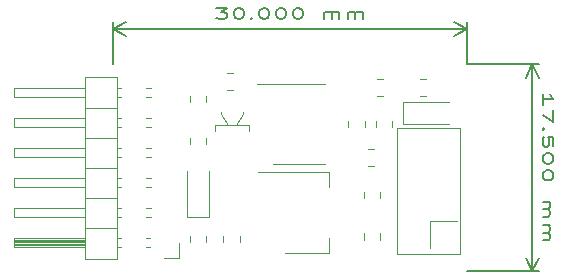
<source format=gto>
G04 #@! TF.GenerationSoftware,KiCad,Pcbnew,(5.1.5)-3*
G04 #@! TF.CreationDate,2020-03-15T16:40:32+08:00*
G04 #@! TF.ProjectId,InHub_Sub,496e4875-625f-4537-9562-2e6b69636164,rev?*
G04 #@! TF.SameCoordinates,Original*
G04 #@! TF.FileFunction,Legend,Top*
G04 #@! TF.FilePolarity,Positive*
%FSLAX46Y46*%
G04 Gerber Fmt 4.6, Leading zero omitted, Abs format (unit mm)*
G04 Created by KiCad (PCBNEW (5.1.5)-3) date 2020-03-15 16:40:32*
%MOMM*%
%LPD*%
G04 APERTURE LIST*
%ADD10C,0.203200*%
%ADD11C,0.200000*%
%ADD12C,0.120000*%
%ADD13C,1.626000*%
%ADD14R,1.626000X1.626000*%
%ADD15C,0.100000*%
%ADD16R,1.802000X1.802000*%
%ADD17O,1.802000X1.802000*%
%ADD18R,2.102000X3.902000*%
%ADD19R,2.102000X1.602000*%
%ADD20C,1.102000*%
%ADD21R,2.602000X6.102000*%
G04 APERTURE END LIST*
D10*
X56904785Y-69648766D02*
X57833357Y-69648766D01*
X57333357Y-69987433D01*
X57547642Y-69987433D01*
X57690500Y-70029766D01*
X57761928Y-70072100D01*
X57833357Y-70156766D01*
X57833357Y-70368433D01*
X57761928Y-70453100D01*
X57690500Y-70495433D01*
X57547642Y-70537766D01*
X57119071Y-70537766D01*
X56976214Y-70495433D01*
X56904785Y-70453100D01*
X58761928Y-69648766D02*
X58904785Y-69648766D01*
X59047642Y-69691100D01*
X59119071Y-69733433D01*
X59190500Y-69818100D01*
X59261928Y-69987433D01*
X59261928Y-70199100D01*
X59190500Y-70368433D01*
X59119071Y-70453100D01*
X59047642Y-70495433D01*
X58904785Y-70537766D01*
X58761928Y-70537766D01*
X58619071Y-70495433D01*
X58547642Y-70453100D01*
X58476214Y-70368433D01*
X58404785Y-70199100D01*
X58404785Y-69987433D01*
X58476214Y-69818100D01*
X58547642Y-69733433D01*
X58619071Y-69691100D01*
X58761928Y-69648766D01*
X59904785Y-70453100D02*
X59976214Y-70495433D01*
X59904785Y-70537766D01*
X59833357Y-70495433D01*
X59904785Y-70453100D01*
X59904785Y-70537766D01*
X60904785Y-69648766D02*
X61047642Y-69648766D01*
X61190500Y-69691100D01*
X61261928Y-69733433D01*
X61333357Y-69818100D01*
X61404785Y-69987433D01*
X61404785Y-70199100D01*
X61333357Y-70368433D01*
X61261928Y-70453100D01*
X61190500Y-70495433D01*
X61047642Y-70537766D01*
X60904785Y-70537766D01*
X60761928Y-70495433D01*
X60690500Y-70453100D01*
X60619071Y-70368433D01*
X60547642Y-70199100D01*
X60547642Y-69987433D01*
X60619071Y-69818100D01*
X60690500Y-69733433D01*
X60761928Y-69691100D01*
X60904785Y-69648766D01*
X62333357Y-69648766D02*
X62476214Y-69648766D01*
X62619071Y-69691100D01*
X62690500Y-69733433D01*
X62761928Y-69818100D01*
X62833357Y-69987433D01*
X62833357Y-70199100D01*
X62761928Y-70368433D01*
X62690500Y-70453100D01*
X62619071Y-70495433D01*
X62476214Y-70537766D01*
X62333357Y-70537766D01*
X62190500Y-70495433D01*
X62119071Y-70453100D01*
X62047642Y-70368433D01*
X61976214Y-70199100D01*
X61976214Y-69987433D01*
X62047642Y-69818100D01*
X62119071Y-69733433D01*
X62190500Y-69691100D01*
X62333357Y-69648766D01*
X63761928Y-69648766D02*
X63904785Y-69648766D01*
X64047642Y-69691100D01*
X64119071Y-69733433D01*
X64190500Y-69818100D01*
X64261928Y-69987433D01*
X64261928Y-70199100D01*
X64190500Y-70368433D01*
X64119071Y-70453100D01*
X64047642Y-70495433D01*
X63904785Y-70537766D01*
X63761928Y-70537766D01*
X63619071Y-70495433D01*
X63547642Y-70453100D01*
X63476214Y-70368433D01*
X63404785Y-70199100D01*
X63404785Y-69987433D01*
X63476214Y-69818100D01*
X63547642Y-69733433D01*
X63619071Y-69691100D01*
X63761928Y-69648766D01*
X66047642Y-70537766D02*
X66047642Y-69945100D01*
X66047642Y-70029766D02*
X66119071Y-69987433D01*
X66261928Y-69945100D01*
X66476214Y-69945100D01*
X66619071Y-69987433D01*
X66690500Y-70072100D01*
X66690500Y-70537766D01*
X66690500Y-70072100D02*
X66761928Y-69987433D01*
X66904785Y-69945100D01*
X67119071Y-69945100D01*
X67261928Y-69987433D01*
X67333357Y-70072100D01*
X67333357Y-70537766D01*
X68047642Y-70537766D02*
X68047642Y-69945100D01*
X68047642Y-70029766D02*
X68119071Y-69987433D01*
X68261928Y-69945100D01*
X68476214Y-69945100D01*
X68619071Y-69987433D01*
X68690500Y-70072100D01*
X68690500Y-70537766D01*
X68690500Y-70072100D02*
X68761928Y-69987433D01*
X68904785Y-69945100D01*
X69119071Y-69945100D01*
X69261928Y-69987433D01*
X69333357Y-70072100D01*
X69333357Y-70537766D01*
D11*
X48190500Y-71427800D02*
X78190500Y-71427800D01*
X48190500Y-74427800D02*
X48190500Y-70841379D01*
X78190500Y-74427800D02*
X78190500Y-70841379D01*
X78190500Y-71427800D02*
X77063996Y-72014221D01*
X78190500Y-71427800D02*
X77063996Y-70841379D01*
X48190500Y-71427800D02*
X49317004Y-72014221D01*
X48190500Y-71427800D02*
X49317004Y-70841379D01*
D10*
X84580533Y-77820657D02*
X84580533Y-76963514D01*
X84580533Y-77392085D02*
X85469533Y-77392085D01*
X85342533Y-77249228D01*
X85257866Y-77106371D01*
X85215533Y-76963514D01*
X85469533Y-78320657D02*
X85469533Y-79320657D01*
X84580533Y-78677800D01*
X84665200Y-79892085D02*
X84622866Y-79963514D01*
X84580533Y-79892085D01*
X84622866Y-79820657D01*
X84665200Y-79892085D01*
X84580533Y-79892085D01*
X85469533Y-81320657D02*
X85469533Y-80606371D01*
X85046200Y-80534942D01*
X85088533Y-80606371D01*
X85130866Y-80749228D01*
X85130866Y-81106371D01*
X85088533Y-81249228D01*
X85046200Y-81320657D01*
X84961533Y-81392085D01*
X84749866Y-81392085D01*
X84665200Y-81320657D01*
X84622866Y-81249228D01*
X84580533Y-81106371D01*
X84580533Y-80749228D01*
X84622866Y-80606371D01*
X84665200Y-80534942D01*
X85469533Y-82320657D02*
X85469533Y-82463514D01*
X85427200Y-82606371D01*
X85384866Y-82677800D01*
X85300200Y-82749228D01*
X85130866Y-82820657D01*
X84919200Y-82820657D01*
X84749866Y-82749228D01*
X84665200Y-82677800D01*
X84622866Y-82606371D01*
X84580533Y-82463514D01*
X84580533Y-82320657D01*
X84622866Y-82177800D01*
X84665200Y-82106371D01*
X84749866Y-82034942D01*
X84919200Y-81963514D01*
X85130866Y-81963514D01*
X85300200Y-82034942D01*
X85384866Y-82106371D01*
X85427200Y-82177800D01*
X85469533Y-82320657D01*
X85469533Y-83749228D02*
X85469533Y-83892085D01*
X85427200Y-84034942D01*
X85384866Y-84106371D01*
X85300200Y-84177800D01*
X85130866Y-84249228D01*
X84919200Y-84249228D01*
X84749866Y-84177800D01*
X84665200Y-84106371D01*
X84622866Y-84034942D01*
X84580533Y-83892085D01*
X84580533Y-83749228D01*
X84622866Y-83606371D01*
X84665200Y-83534942D01*
X84749866Y-83463514D01*
X84919200Y-83392085D01*
X85130866Y-83392085D01*
X85300200Y-83463514D01*
X85384866Y-83534942D01*
X85427200Y-83606371D01*
X85469533Y-83749228D01*
X84580533Y-86034942D02*
X85173200Y-86034942D01*
X85088533Y-86034942D02*
X85130866Y-86106371D01*
X85173200Y-86249228D01*
X85173200Y-86463514D01*
X85130866Y-86606371D01*
X85046200Y-86677800D01*
X84580533Y-86677800D01*
X85046200Y-86677800D02*
X85130866Y-86749228D01*
X85173200Y-86892085D01*
X85173200Y-87106371D01*
X85130866Y-87249228D01*
X85046200Y-87320657D01*
X84580533Y-87320657D01*
X84580533Y-88034942D02*
X85173200Y-88034942D01*
X85088533Y-88034942D02*
X85130866Y-88106371D01*
X85173200Y-88249228D01*
X85173200Y-88463514D01*
X85130866Y-88606371D01*
X85046200Y-88677800D01*
X84580533Y-88677800D01*
X85046200Y-88677800D02*
X85130866Y-88749228D01*
X85173200Y-88892085D01*
X85173200Y-89106371D01*
X85130866Y-89249228D01*
X85046200Y-89320657D01*
X84580533Y-89320657D01*
D11*
X83690500Y-74427800D02*
X83690500Y-91927800D01*
X78190500Y-74427800D02*
X84276921Y-74427800D01*
X78190500Y-91927800D02*
X84276921Y-91927800D01*
X83690500Y-91927800D02*
X83104079Y-90801296D01*
X83690500Y-91927800D02*
X84276921Y-90801296D01*
X83690500Y-74427800D02*
X83104079Y-75554304D01*
X83690500Y-74427800D02*
X84276921Y-75554304D01*
D12*
X77533500Y-90500200D02*
X77533500Y-90500200D01*
X77533500Y-79832200D02*
X77533500Y-90500200D01*
X77279500Y-87706200D02*
X77279500Y-87706200D01*
X74993500Y-87706200D02*
X77279500Y-87706200D01*
X74993500Y-89992200D02*
X74993500Y-87706200D01*
X77533500Y-79832200D02*
X77533500Y-79832200D01*
X72199500Y-79832200D02*
X77533500Y-79832200D01*
X72199500Y-90500200D02*
X72199500Y-79832200D01*
X77533500Y-90500200D02*
X72199500Y-90500200D01*
X63931800Y-82836200D02*
X66131800Y-82836200D01*
X63931800Y-82836200D02*
X61731800Y-82836200D01*
X63931800Y-76066200D02*
X66131800Y-76066200D01*
X63931800Y-76066200D02*
X60331800Y-76066200D01*
X48477700Y-90866800D02*
X48477700Y-75506800D01*
X48477700Y-75506800D02*
X45817700Y-75506800D01*
X45817700Y-75506800D02*
X45817700Y-90866800D01*
X45817700Y-90866800D02*
X48477700Y-90866800D01*
X45817700Y-89916800D02*
X39817700Y-89916800D01*
X39817700Y-89916800D02*
X39817700Y-89156800D01*
X39817700Y-89156800D02*
X45817700Y-89156800D01*
X45817700Y-89856800D02*
X39817700Y-89856800D01*
X45817700Y-89736800D02*
X39817700Y-89736800D01*
X45817700Y-89616800D02*
X39817700Y-89616800D01*
X45817700Y-89496800D02*
X39817700Y-89496800D01*
X45817700Y-89376800D02*
X39817700Y-89376800D01*
X45817700Y-89256800D02*
X39817700Y-89256800D01*
X48874771Y-89916800D02*
X48477700Y-89916800D01*
X48874771Y-89156800D02*
X48477700Y-89156800D01*
X51347700Y-89916800D02*
X50960629Y-89916800D01*
X51347700Y-89156800D02*
X50960629Y-89156800D01*
X48477700Y-88266800D02*
X45817700Y-88266800D01*
X45817700Y-87376800D02*
X39817700Y-87376800D01*
X39817700Y-87376800D02*
X39817700Y-86616800D01*
X39817700Y-86616800D02*
X45817700Y-86616800D01*
X48874771Y-87376800D02*
X48477700Y-87376800D01*
X48874771Y-86616800D02*
X48477700Y-86616800D01*
X51414771Y-87376800D02*
X50960629Y-87376800D01*
X51414771Y-86616800D02*
X50960629Y-86616800D01*
X48477700Y-85726800D02*
X45817700Y-85726800D01*
X45817700Y-84836800D02*
X39817700Y-84836800D01*
X39817700Y-84836800D02*
X39817700Y-84076800D01*
X39817700Y-84076800D02*
X45817700Y-84076800D01*
X48874771Y-84836800D02*
X48477700Y-84836800D01*
X48874771Y-84076800D02*
X48477700Y-84076800D01*
X51414771Y-84836800D02*
X50960629Y-84836800D01*
X51414771Y-84076800D02*
X50960629Y-84076800D01*
X48477700Y-83186800D02*
X45817700Y-83186800D01*
X45817700Y-82296800D02*
X39817700Y-82296800D01*
X39817700Y-82296800D02*
X39817700Y-81536800D01*
X39817700Y-81536800D02*
X45817700Y-81536800D01*
X48874771Y-82296800D02*
X48477700Y-82296800D01*
X48874771Y-81536800D02*
X48477700Y-81536800D01*
X51414771Y-82296800D02*
X50960629Y-82296800D01*
X51414771Y-81536800D02*
X50960629Y-81536800D01*
X48477700Y-80646800D02*
X45817700Y-80646800D01*
X45817700Y-79756800D02*
X39817700Y-79756800D01*
X39817700Y-79756800D02*
X39817700Y-78996800D01*
X39817700Y-78996800D02*
X45817700Y-78996800D01*
X48874771Y-79756800D02*
X48477700Y-79756800D01*
X48874771Y-78996800D02*
X48477700Y-78996800D01*
X51414771Y-79756800D02*
X50960629Y-79756800D01*
X51414771Y-78996800D02*
X50960629Y-78996800D01*
X48477700Y-78106800D02*
X45817700Y-78106800D01*
X45817700Y-77216800D02*
X39817700Y-77216800D01*
X39817700Y-77216800D02*
X39817700Y-76456800D01*
X39817700Y-76456800D02*
X45817700Y-76456800D01*
X48874771Y-77216800D02*
X48477700Y-77216800D01*
X48874771Y-76456800D02*
X48477700Y-76456800D01*
X51414771Y-77216800D02*
X50960629Y-77216800D01*
X51414771Y-76456800D02*
X50960629Y-76456800D01*
X53727700Y-89536800D02*
X53727700Y-90806800D01*
X53727700Y-90806800D02*
X52457700Y-90806800D01*
X76640840Y-77598520D02*
X72730840Y-77598520D01*
X72730840Y-77598520D02*
X72730840Y-79468520D01*
X72730840Y-79468520D02*
X76640840Y-79468520D01*
X66502200Y-90379600D02*
X66502200Y-89119600D01*
X66502200Y-83559600D02*
X66502200Y-84819600D01*
X62742200Y-90379600D02*
X66502200Y-90379600D01*
X60492200Y-83559600D02*
X66502200Y-83559600D01*
X56794600Y-80062100D02*
X56794600Y-79562100D01*
X56794600Y-79562100D02*
X59694600Y-79562100D01*
X59694600Y-79562100D02*
X59694600Y-80062100D01*
X57894600Y-79562100D02*
X57294600Y-78662100D01*
X57294600Y-78662100D02*
X57294600Y-78462100D01*
X58594600Y-79562100D02*
X59194600Y-78662100D01*
X59194600Y-78662100D02*
X59194600Y-78462100D01*
X70531222Y-75655100D02*
X71048378Y-75655100D01*
X70531222Y-77075100D02*
X71048378Y-77075100D01*
X74150722Y-75655100D02*
X74667878Y-75655100D01*
X74150722Y-77075100D02*
X74667878Y-77075100D01*
X70293078Y-83007800D02*
X69775922Y-83007800D01*
X70293078Y-81587800D02*
X69775922Y-81587800D01*
X54668500Y-89463378D02*
X54668500Y-88946222D01*
X56088500Y-89463378D02*
X56088500Y-88946222D01*
X69518600Y-79215722D02*
X69518600Y-79732878D01*
X68098600Y-79215722D02*
X68098600Y-79732878D01*
X71834160Y-79204582D02*
X71834160Y-79721738D01*
X70414160Y-79204582D02*
X70414160Y-79721738D01*
X56088500Y-80626955D02*
X56088500Y-81144111D01*
X54668500Y-80626955D02*
X54668500Y-81144111D01*
X70814000Y-88730322D02*
X70814000Y-89247478D01*
X69394000Y-88730322D02*
X69394000Y-89247478D01*
X69394000Y-85729578D02*
X69394000Y-85212422D01*
X70814000Y-85729578D02*
X70814000Y-85212422D01*
X56088500Y-77097122D02*
X56088500Y-77614278D01*
X54668500Y-77097122D02*
X54668500Y-77614278D01*
X58361078Y-76592500D02*
X57843922Y-76592500D01*
X58361078Y-75172500D02*
X57843922Y-75172500D01*
X54443500Y-83422666D02*
X54443500Y-87332666D01*
X54443500Y-87332666D02*
X56313500Y-87332666D01*
X56313500Y-87332666D02*
X56313500Y-83422666D01*
X58926800Y-88946222D02*
X58926800Y-89463378D01*
X57506800Y-88946222D02*
X57506800Y-89463378D01*
%LPC*%
D13*
X73723500Y-81356200D03*
X76263500Y-81356200D03*
X73723500Y-83896200D03*
X76263500Y-83896200D03*
X73723500Y-86436200D03*
X76263500Y-86436200D03*
X73723500Y-88976200D03*
D14*
X76263500Y-88976200D03*
D15*
G36*
X61744601Y-76275804D02*
G01*
X61756784Y-76277611D01*
X61768731Y-76280604D01*
X61780327Y-76284753D01*
X61791460Y-76290019D01*
X61802024Y-76296351D01*
X61811916Y-76303687D01*
X61821042Y-76311958D01*
X61829313Y-76321084D01*
X61836649Y-76330976D01*
X61842981Y-76341540D01*
X61848247Y-76352673D01*
X61852396Y-76364269D01*
X61855389Y-76376216D01*
X61857196Y-76388399D01*
X61857800Y-76400700D01*
X61857800Y-76651700D01*
X61857196Y-76664001D01*
X61855389Y-76676184D01*
X61852396Y-76688131D01*
X61848247Y-76699727D01*
X61842981Y-76710860D01*
X61836649Y-76721424D01*
X61829313Y-76731316D01*
X61821042Y-76740442D01*
X61811916Y-76748713D01*
X61802024Y-76756049D01*
X61791460Y-76762381D01*
X61780327Y-76767647D01*
X61768731Y-76771796D01*
X61756784Y-76774789D01*
X61744601Y-76776596D01*
X61732300Y-76777200D01*
X60406300Y-76777200D01*
X60393999Y-76776596D01*
X60381816Y-76774789D01*
X60369869Y-76771796D01*
X60358273Y-76767647D01*
X60347140Y-76762381D01*
X60336576Y-76756049D01*
X60326684Y-76748713D01*
X60317558Y-76740442D01*
X60309287Y-76731316D01*
X60301951Y-76721424D01*
X60295619Y-76710860D01*
X60290353Y-76699727D01*
X60286204Y-76688131D01*
X60283211Y-76676184D01*
X60281404Y-76664001D01*
X60280800Y-76651700D01*
X60280800Y-76400700D01*
X60281404Y-76388399D01*
X60283211Y-76376216D01*
X60286204Y-76364269D01*
X60290353Y-76352673D01*
X60295619Y-76341540D01*
X60301951Y-76330976D01*
X60309287Y-76321084D01*
X60317558Y-76311958D01*
X60326684Y-76303687D01*
X60336576Y-76296351D01*
X60347140Y-76290019D01*
X60358273Y-76284753D01*
X60369869Y-76280604D01*
X60381816Y-76277611D01*
X60393999Y-76275804D01*
X60406300Y-76275200D01*
X61732300Y-76275200D01*
X61744601Y-76275804D01*
G37*
G36*
X61744601Y-76925804D02*
G01*
X61756784Y-76927611D01*
X61768731Y-76930604D01*
X61780327Y-76934753D01*
X61791460Y-76940019D01*
X61802024Y-76946351D01*
X61811916Y-76953687D01*
X61821042Y-76961958D01*
X61829313Y-76971084D01*
X61836649Y-76980976D01*
X61842981Y-76991540D01*
X61848247Y-77002673D01*
X61852396Y-77014269D01*
X61855389Y-77026216D01*
X61857196Y-77038399D01*
X61857800Y-77050700D01*
X61857800Y-77301700D01*
X61857196Y-77314001D01*
X61855389Y-77326184D01*
X61852396Y-77338131D01*
X61848247Y-77349727D01*
X61842981Y-77360860D01*
X61836649Y-77371424D01*
X61829313Y-77381316D01*
X61821042Y-77390442D01*
X61811916Y-77398713D01*
X61802024Y-77406049D01*
X61791460Y-77412381D01*
X61780327Y-77417647D01*
X61768731Y-77421796D01*
X61756784Y-77424789D01*
X61744601Y-77426596D01*
X61732300Y-77427200D01*
X60406300Y-77427200D01*
X60393999Y-77426596D01*
X60381816Y-77424789D01*
X60369869Y-77421796D01*
X60358273Y-77417647D01*
X60347140Y-77412381D01*
X60336576Y-77406049D01*
X60326684Y-77398713D01*
X60317558Y-77390442D01*
X60309287Y-77381316D01*
X60301951Y-77371424D01*
X60295619Y-77360860D01*
X60290353Y-77349727D01*
X60286204Y-77338131D01*
X60283211Y-77326184D01*
X60281404Y-77314001D01*
X60280800Y-77301700D01*
X60280800Y-77050700D01*
X60281404Y-77038399D01*
X60283211Y-77026216D01*
X60286204Y-77014269D01*
X60290353Y-77002673D01*
X60295619Y-76991540D01*
X60301951Y-76980976D01*
X60309287Y-76971084D01*
X60317558Y-76961958D01*
X60326684Y-76953687D01*
X60336576Y-76946351D01*
X60347140Y-76940019D01*
X60358273Y-76934753D01*
X60369869Y-76930604D01*
X60381816Y-76927611D01*
X60393999Y-76925804D01*
X60406300Y-76925200D01*
X61732300Y-76925200D01*
X61744601Y-76925804D01*
G37*
G36*
X61744601Y-77575804D02*
G01*
X61756784Y-77577611D01*
X61768731Y-77580604D01*
X61780327Y-77584753D01*
X61791460Y-77590019D01*
X61802024Y-77596351D01*
X61811916Y-77603687D01*
X61821042Y-77611958D01*
X61829313Y-77621084D01*
X61836649Y-77630976D01*
X61842981Y-77641540D01*
X61848247Y-77652673D01*
X61852396Y-77664269D01*
X61855389Y-77676216D01*
X61857196Y-77688399D01*
X61857800Y-77700700D01*
X61857800Y-77951700D01*
X61857196Y-77964001D01*
X61855389Y-77976184D01*
X61852396Y-77988131D01*
X61848247Y-77999727D01*
X61842981Y-78010860D01*
X61836649Y-78021424D01*
X61829313Y-78031316D01*
X61821042Y-78040442D01*
X61811916Y-78048713D01*
X61802024Y-78056049D01*
X61791460Y-78062381D01*
X61780327Y-78067647D01*
X61768731Y-78071796D01*
X61756784Y-78074789D01*
X61744601Y-78076596D01*
X61732300Y-78077200D01*
X60406300Y-78077200D01*
X60393999Y-78076596D01*
X60381816Y-78074789D01*
X60369869Y-78071796D01*
X60358273Y-78067647D01*
X60347140Y-78062381D01*
X60336576Y-78056049D01*
X60326684Y-78048713D01*
X60317558Y-78040442D01*
X60309287Y-78031316D01*
X60301951Y-78021424D01*
X60295619Y-78010860D01*
X60290353Y-77999727D01*
X60286204Y-77988131D01*
X60283211Y-77976184D01*
X60281404Y-77964001D01*
X60280800Y-77951700D01*
X60280800Y-77700700D01*
X60281404Y-77688399D01*
X60283211Y-77676216D01*
X60286204Y-77664269D01*
X60290353Y-77652673D01*
X60295619Y-77641540D01*
X60301951Y-77630976D01*
X60309287Y-77621084D01*
X60317558Y-77611958D01*
X60326684Y-77603687D01*
X60336576Y-77596351D01*
X60347140Y-77590019D01*
X60358273Y-77584753D01*
X60369869Y-77580604D01*
X60381816Y-77577611D01*
X60393999Y-77575804D01*
X60406300Y-77575200D01*
X61732300Y-77575200D01*
X61744601Y-77575804D01*
G37*
G36*
X61744601Y-78225804D02*
G01*
X61756784Y-78227611D01*
X61768731Y-78230604D01*
X61780327Y-78234753D01*
X61791460Y-78240019D01*
X61802024Y-78246351D01*
X61811916Y-78253687D01*
X61821042Y-78261958D01*
X61829313Y-78271084D01*
X61836649Y-78280976D01*
X61842981Y-78291540D01*
X61848247Y-78302673D01*
X61852396Y-78314269D01*
X61855389Y-78326216D01*
X61857196Y-78338399D01*
X61857800Y-78350700D01*
X61857800Y-78601700D01*
X61857196Y-78614001D01*
X61855389Y-78626184D01*
X61852396Y-78638131D01*
X61848247Y-78649727D01*
X61842981Y-78660860D01*
X61836649Y-78671424D01*
X61829313Y-78681316D01*
X61821042Y-78690442D01*
X61811916Y-78698713D01*
X61802024Y-78706049D01*
X61791460Y-78712381D01*
X61780327Y-78717647D01*
X61768731Y-78721796D01*
X61756784Y-78724789D01*
X61744601Y-78726596D01*
X61732300Y-78727200D01*
X60406300Y-78727200D01*
X60393999Y-78726596D01*
X60381816Y-78724789D01*
X60369869Y-78721796D01*
X60358273Y-78717647D01*
X60347140Y-78712381D01*
X60336576Y-78706049D01*
X60326684Y-78698713D01*
X60317558Y-78690442D01*
X60309287Y-78681316D01*
X60301951Y-78671424D01*
X60295619Y-78660860D01*
X60290353Y-78649727D01*
X60286204Y-78638131D01*
X60283211Y-78626184D01*
X60281404Y-78614001D01*
X60280800Y-78601700D01*
X60280800Y-78350700D01*
X60281404Y-78338399D01*
X60283211Y-78326216D01*
X60286204Y-78314269D01*
X60290353Y-78302673D01*
X60295619Y-78291540D01*
X60301951Y-78280976D01*
X60309287Y-78271084D01*
X60317558Y-78261958D01*
X60326684Y-78253687D01*
X60336576Y-78246351D01*
X60347140Y-78240019D01*
X60358273Y-78234753D01*
X60369869Y-78230604D01*
X60381816Y-78227611D01*
X60393999Y-78225804D01*
X60406300Y-78225200D01*
X61732300Y-78225200D01*
X61744601Y-78225804D01*
G37*
G36*
X61744601Y-78875804D02*
G01*
X61756784Y-78877611D01*
X61768731Y-78880604D01*
X61780327Y-78884753D01*
X61791460Y-78890019D01*
X61802024Y-78896351D01*
X61811916Y-78903687D01*
X61821042Y-78911958D01*
X61829313Y-78921084D01*
X61836649Y-78930976D01*
X61842981Y-78941540D01*
X61848247Y-78952673D01*
X61852396Y-78964269D01*
X61855389Y-78976216D01*
X61857196Y-78988399D01*
X61857800Y-79000700D01*
X61857800Y-79251700D01*
X61857196Y-79264001D01*
X61855389Y-79276184D01*
X61852396Y-79288131D01*
X61848247Y-79299727D01*
X61842981Y-79310860D01*
X61836649Y-79321424D01*
X61829313Y-79331316D01*
X61821042Y-79340442D01*
X61811916Y-79348713D01*
X61802024Y-79356049D01*
X61791460Y-79362381D01*
X61780327Y-79367647D01*
X61768731Y-79371796D01*
X61756784Y-79374789D01*
X61744601Y-79376596D01*
X61732300Y-79377200D01*
X60406300Y-79377200D01*
X60393999Y-79376596D01*
X60381816Y-79374789D01*
X60369869Y-79371796D01*
X60358273Y-79367647D01*
X60347140Y-79362381D01*
X60336576Y-79356049D01*
X60326684Y-79348713D01*
X60317558Y-79340442D01*
X60309287Y-79331316D01*
X60301951Y-79321424D01*
X60295619Y-79310860D01*
X60290353Y-79299727D01*
X60286204Y-79288131D01*
X60283211Y-79276184D01*
X60281404Y-79264001D01*
X60280800Y-79251700D01*
X60280800Y-79000700D01*
X60281404Y-78988399D01*
X60283211Y-78976216D01*
X60286204Y-78964269D01*
X60290353Y-78952673D01*
X60295619Y-78941540D01*
X60301951Y-78930976D01*
X60309287Y-78921084D01*
X60317558Y-78911958D01*
X60326684Y-78903687D01*
X60336576Y-78896351D01*
X60347140Y-78890019D01*
X60358273Y-78884753D01*
X60369869Y-78880604D01*
X60381816Y-78877611D01*
X60393999Y-78875804D01*
X60406300Y-78875200D01*
X61732300Y-78875200D01*
X61744601Y-78875804D01*
G37*
G36*
X61744601Y-79525804D02*
G01*
X61756784Y-79527611D01*
X61768731Y-79530604D01*
X61780327Y-79534753D01*
X61791460Y-79540019D01*
X61802024Y-79546351D01*
X61811916Y-79553687D01*
X61821042Y-79561958D01*
X61829313Y-79571084D01*
X61836649Y-79580976D01*
X61842981Y-79591540D01*
X61848247Y-79602673D01*
X61852396Y-79614269D01*
X61855389Y-79626216D01*
X61857196Y-79638399D01*
X61857800Y-79650700D01*
X61857800Y-79901700D01*
X61857196Y-79914001D01*
X61855389Y-79926184D01*
X61852396Y-79938131D01*
X61848247Y-79949727D01*
X61842981Y-79960860D01*
X61836649Y-79971424D01*
X61829313Y-79981316D01*
X61821042Y-79990442D01*
X61811916Y-79998713D01*
X61802024Y-80006049D01*
X61791460Y-80012381D01*
X61780327Y-80017647D01*
X61768731Y-80021796D01*
X61756784Y-80024789D01*
X61744601Y-80026596D01*
X61732300Y-80027200D01*
X60406300Y-80027200D01*
X60393999Y-80026596D01*
X60381816Y-80024789D01*
X60369869Y-80021796D01*
X60358273Y-80017647D01*
X60347140Y-80012381D01*
X60336576Y-80006049D01*
X60326684Y-79998713D01*
X60317558Y-79990442D01*
X60309287Y-79981316D01*
X60301951Y-79971424D01*
X60295619Y-79960860D01*
X60290353Y-79949727D01*
X60286204Y-79938131D01*
X60283211Y-79926184D01*
X60281404Y-79914001D01*
X60280800Y-79901700D01*
X60280800Y-79650700D01*
X60281404Y-79638399D01*
X60283211Y-79626216D01*
X60286204Y-79614269D01*
X60290353Y-79602673D01*
X60295619Y-79591540D01*
X60301951Y-79580976D01*
X60309287Y-79571084D01*
X60317558Y-79561958D01*
X60326684Y-79553687D01*
X60336576Y-79546351D01*
X60347140Y-79540019D01*
X60358273Y-79534753D01*
X60369869Y-79530604D01*
X60381816Y-79527611D01*
X60393999Y-79525804D01*
X60406300Y-79525200D01*
X61732300Y-79525200D01*
X61744601Y-79525804D01*
G37*
G36*
X61744601Y-80175804D02*
G01*
X61756784Y-80177611D01*
X61768731Y-80180604D01*
X61780327Y-80184753D01*
X61791460Y-80190019D01*
X61802024Y-80196351D01*
X61811916Y-80203687D01*
X61821042Y-80211958D01*
X61829313Y-80221084D01*
X61836649Y-80230976D01*
X61842981Y-80241540D01*
X61848247Y-80252673D01*
X61852396Y-80264269D01*
X61855389Y-80276216D01*
X61857196Y-80288399D01*
X61857800Y-80300700D01*
X61857800Y-80551700D01*
X61857196Y-80564001D01*
X61855389Y-80576184D01*
X61852396Y-80588131D01*
X61848247Y-80599727D01*
X61842981Y-80610860D01*
X61836649Y-80621424D01*
X61829313Y-80631316D01*
X61821042Y-80640442D01*
X61811916Y-80648713D01*
X61802024Y-80656049D01*
X61791460Y-80662381D01*
X61780327Y-80667647D01*
X61768731Y-80671796D01*
X61756784Y-80674789D01*
X61744601Y-80676596D01*
X61732300Y-80677200D01*
X60406300Y-80677200D01*
X60393999Y-80676596D01*
X60381816Y-80674789D01*
X60369869Y-80671796D01*
X60358273Y-80667647D01*
X60347140Y-80662381D01*
X60336576Y-80656049D01*
X60326684Y-80648713D01*
X60317558Y-80640442D01*
X60309287Y-80631316D01*
X60301951Y-80621424D01*
X60295619Y-80610860D01*
X60290353Y-80599727D01*
X60286204Y-80588131D01*
X60283211Y-80576184D01*
X60281404Y-80564001D01*
X60280800Y-80551700D01*
X60280800Y-80300700D01*
X60281404Y-80288399D01*
X60283211Y-80276216D01*
X60286204Y-80264269D01*
X60290353Y-80252673D01*
X60295619Y-80241540D01*
X60301951Y-80230976D01*
X60309287Y-80221084D01*
X60317558Y-80211958D01*
X60326684Y-80203687D01*
X60336576Y-80196351D01*
X60347140Y-80190019D01*
X60358273Y-80184753D01*
X60369869Y-80180604D01*
X60381816Y-80177611D01*
X60393999Y-80175804D01*
X60406300Y-80175200D01*
X61732300Y-80175200D01*
X61744601Y-80175804D01*
G37*
G36*
X61744601Y-80825804D02*
G01*
X61756784Y-80827611D01*
X61768731Y-80830604D01*
X61780327Y-80834753D01*
X61791460Y-80840019D01*
X61802024Y-80846351D01*
X61811916Y-80853687D01*
X61821042Y-80861958D01*
X61829313Y-80871084D01*
X61836649Y-80880976D01*
X61842981Y-80891540D01*
X61848247Y-80902673D01*
X61852396Y-80914269D01*
X61855389Y-80926216D01*
X61857196Y-80938399D01*
X61857800Y-80950700D01*
X61857800Y-81201700D01*
X61857196Y-81214001D01*
X61855389Y-81226184D01*
X61852396Y-81238131D01*
X61848247Y-81249727D01*
X61842981Y-81260860D01*
X61836649Y-81271424D01*
X61829313Y-81281316D01*
X61821042Y-81290442D01*
X61811916Y-81298713D01*
X61802024Y-81306049D01*
X61791460Y-81312381D01*
X61780327Y-81317647D01*
X61768731Y-81321796D01*
X61756784Y-81324789D01*
X61744601Y-81326596D01*
X61732300Y-81327200D01*
X60406300Y-81327200D01*
X60393999Y-81326596D01*
X60381816Y-81324789D01*
X60369869Y-81321796D01*
X60358273Y-81317647D01*
X60347140Y-81312381D01*
X60336576Y-81306049D01*
X60326684Y-81298713D01*
X60317558Y-81290442D01*
X60309287Y-81281316D01*
X60301951Y-81271424D01*
X60295619Y-81260860D01*
X60290353Y-81249727D01*
X60286204Y-81238131D01*
X60283211Y-81226184D01*
X60281404Y-81214001D01*
X60280800Y-81201700D01*
X60280800Y-80950700D01*
X60281404Y-80938399D01*
X60283211Y-80926216D01*
X60286204Y-80914269D01*
X60290353Y-80902673D01*
X60295619Y-80891540D01*
X60301951Y-80880976D01*
X60309287Y-80871084D01*
X60317558Y-80861958D01*
X60326684Y-80853687D01*
X60336576Y-80846351D01*
X60347140Y-80840019D01*
X60358273Y-80834753D01*
X60369869Y-80830604D01*
X60381816Y-80827611D01*
X60393999Y-80825804D01*
X60406300Y-80825200D01*
X61732300Y-80825200D01*
X61744601Y-80825804D01*
G37*
G36*
X61744601Y-81475804D02*
G01*
X61756784Y-81477611D01*
X61768731Y-81480604D01*
X61780327Y-81484753D01*
X61791460Y-81490019D01*
X61802024Y-81496351D01*
X61811916Y-81503687D01*
X61821042Y-81511958D01*
X61829313Y-81521084D01*
X61836649Y-81530976D01*
X61842981Y-81541540D01*
X61848247Y-81552673D01*
X61852396Y-81564269D01*
X61855389Y-81576216D01*
X61857196Y-81588399D01*
X61857800Y-81600700D01*
X61857800Y-81851700D01*
X61857196Y-81864001D01*
X61855389Y-81876184D01*
X61852396Y-81888131D01*
X61848247Y-81899727D01*
X61842981Y-81910860D01*
X61836649Y-81921424D01*
X61829313Y-81931316D01*
X61821042Y-81940442D01*
X61811916Y-81948713D01*
X61802024Y-81956049D01*
X61791460Y-81962381D01*
X61780327Y-81967647D01*
X61768731Y-81971796D01*
X61756784Y-81974789D01*
X61744601Y-81976596D01*
X61732300Y-81977200D01*
X60406300Y-81977200D01*
X60393999Y-81976596D01*
X60381816Y-81974789D01*
X60369869Y-81971796D01*
X60358273Y-81967647D01*
X60347140Y-81962381D01*
X60336576Y-81956049D01*
X60326684Y-81948713D01*
X60317558Y-81940442D01*
X60309287Y-81931316D01*
X60301951Y-81921424D01*
X60295619Y-81910860D01*
X60290353Y-81899727D01*
X60286204Y-81888131D01*
X60283211Y-81876184D01*
X60281404Y-81864001D01*
X60280800Y-81851700D01*
X60280800Y-81600700D01*
X60281404Y-81588399D01*
X60283211Y-81576216D01*
X60286204Y-81564269D01*
X60290353Y-81552673D01*
X60295619Y-81541540D01*
X60301951Y-81530976D01*
X60309287Y-81521084D01*
X60317558Y-81511958D01*
X60326684Y-81503687D01*
X60336576Y-81496351D01*
X60347140Y-81490019D01*
X60358273Y-81484753D01*
X60369869Y-81480604D01*
X60381816Y-81477611D01*
X60393999Y-81475804D01*
X60406300Y-81475200D01*
X61732300Y-81475200D01*
X61744601Y-81475804D01*
G37*
G36*
X61744601Y-82125804D02*
G01*
X61756784Y-82127611D01*
X61768731Y-82130604D01*
X61780327Y-82134753D01*
X61791460Y-82140019D01*
X61802024Y-82146351D01*
X61811916Y-82153687D01*
X61821042Y-82161958D01*
X61829313Y-82171084D01*
X61836649Y-82180976D01*
X61842981Y-82191540D01*
X61848247Y-82202673D01*
X61852396Y-82214269D01*
X61855389Y-82226216D01*
X61857196Y-82238399D01*
X61857800Y-82250700D01*
X61857800Y-82501700D01*
X61857196Y-82514001D01*
X61855389Y-82526184D01*
X61852396Y-82538131D01*
X61848247Y-82549727D01*
X61842981Y-82560860D01*
X61836649Y-82571424D01*
X61829313Y-82581316D01*
X61821042Y-82590442D01*
X61811916Y-82598713D01*
X61802024Y-82606049D01*
X61791460Y-82612381D01*
X61780327Y-82617647D01*
X61768731Y-82621796D01*
X61756784Y-82624789D01*
X61744601Y-82626596D01*
X61732300Y-82627200D01*
X60406300Y-82627200D01*
X60393999Y-82626596D01*
X60381816Y-82624789D01*
X60369869Y-82621796D01*
X60358273Y-82617647D01*
X60347140Y-82612381D01*
X60336576Y-82606049D01*
X60326684Y-82598713D01*
X60317558Y-82590442D01*
X60309287Y-82581316D01*
X60301951Y-82571424D01*
X60295619Y-82560860D01*
X60290353Y-82549727D01*
X60286204Y-82538131D01*
X60283211Y-82526184D01*
X60281404Y-82514001D01*
X60280800Y-82501700D01*
X60280800Y-82250700D01*
X60281404Y-82238399D01*
X60283211Y-82226216D01*
X60286204Y-82214269D01*
X60290353Y-82202673D01*
X60295619Y-82191540D01*
X60301951Y-82180976D01*
X60309287Y-82171084D01*
X60317558Y-82161958D01*
X60326684Y-82153687D01*
X60336576Y-82146351D01*
X60347140Y-82140019D01*
X60358273Y-82134753D01*
X60369869Y-82130604D01*
X60381816Y-82127611D01*
X60393999Y-82125804D01*
X60406300Y-82125200D01*
X61732300Y-82125200D01*
X61744601Y-82125804D01*
G37*
G36*
X67469601Y-82125804D02*
G01*
X67481784Y-82127611D01*
X67493731Y-82130604D01*
X67505327Y-82134753D01*
X67516460Y-82140019D01*
X67527024Y-82146351D01*
X67536916Y-82153687D01*
X67546042Y-82161958D01*
X67554313Y-82171084D01*
X67561649Y-82180976D01*
X67567981Y-82191540D01*
X67573247Y-82202673D01*
X67577396Y-82214269D01*
X67580389Y-82226216D01*
X67582196Y-82238399D01*
X67582800Y-82250700D01*
X67582800Y-82501700D01*
X67582196Y-82514001D01*
X67580389Y-82526184D01*
X67577396Y-82538131D01*
X67573247Y-82549727D01*
X67567981Y-82560860D01*
X67561649Y-82571424D01*
X67554313Y-82581316D01*
X67546042Y-82590442D01*
X67536916Y-82598713D01*
X67527024Y-82606049D01*
X67516460Y-82612381D01*
X67505327Y-82617647D01*
X67493731Y-82621796D01*
X67481784Y-82624789D01*
X67469601Y-82626596D01*
X67457300Y-82627200D01*
X66131300Y-82627200D01*
X66118999Y-82626596D01*
X66106816Y-82624789D01*
X66094869Y-82621796D01*
X66083273Y-82617647D01*
X66072140Y-82612381D01*
X66061576Y-82606049D01*
X66051684Y-82598713D01*
X66042558Y-82590442D01*
X66034287Y-82581316D01*
X66026951Y-82571424D01*
X66020619Y-82560860D01*
X66015353Y-82549727D01*
X66011204Y-82538131D01*
X66008211Y-82526184D01*
X66006404Y-82514001D01*
X66005800Y-82501700D01*
X66005800Y-82250700D01*
X66006404Y-82238399D01*
X66008211Y-82226216D01*
X66011204Y-82214269D01*
X66015353Y-82202673D01*
X66020619Y-82191540D01*
X66026951Y-82180976D01*
X66034287Y-82171084D01*
X66042558Y-82161958D01*
X66051684Y-82153687D01*
X66061576Y-82146351D01*
X66072140Y-82140019D01*
X66083273Y-82134753D01*
X66094869Y-82130604D01*
X66106816Y-82127611D01*
X66118999Y-82125804D01*
X66131300Y-82125200D01*
X67457300Y-82125200D01*
X67469601Y-82125804D01*
G37*
G36*
X67469601Y-81475804D02*
G01*
X67481784Y-81477611D01*
X67493731Y-81480604D01*
X67505327Y-81484753D01*
X67516460Y-81490019D01*
X67527024Y-81496351D01*
X67536916Y-81503687D01*
X67546042Y-81511958D01*
X67554313Y-81521084D01*
X67561649Y-81530976D01*
X67567981Y-81541540D01*
X67573247Y-81552673D01*
X67577396Y-81564269D01*
X67580389Y-81576216D01*
X67582196Y-81588399D01*
X67582800Y-81600700D01*
X67582800Y-81851700D01*
X67582196Y-81864001D01*
X67580389Y-81876184D01*
X67577396Y-81888131D01*
X67573247Y-81899727D01*
X67567981Y-81910860D01*
X67561649Y-81921424D01*
X67554313Y-81931316D01*
X67546042Y-81940442D01*
X67536916Y-81948713D01*
X67527024Y-81956049D01*
X67516460Y-81962381D01*
X67505327Y-81967647D01*
X67493731Y-81971796D01*
X67481784Y-81974789D01*
X67469601Y-81976596D01*
X67457300Y-81977200D01*
X66131300Y-81977200D01*
X66118999Y-81976596D01*
X66106816Y-81974789D01*
X66094869Y-81971796D01*
X66083273Y-81967647D01*
X66072140Y-81962381D01*
X66061576Y-81956049D01*
X66051684Y-81948713D01*
X66042558Y-81940442D01*
X66034287Y-81931316D01*
X66026951Y-81921424D01*
X66020619Y-81910860D01*
X66015353Y-81899727D01*
X66011204Y-81888131D01*
X66008211Y-81876184D01*
X66006404Y-81864001D01*
X66005800Y-81851700D01*
X66005800Y-81600700D01*
X66006404Y-81588399D01*
X66008211Y-81576216D01*
X66011204Y-81564269D01*
X66015353Y-81552673D01*
X66020619Y-81541540D01*
X66026951Y-81530976D01*
X66034287Y-81521084D01*
X66042558Y-81511958D01*
X66051684Y-81503687D01*
X66061576Y-81496351D01*
X66072140Y-81490019D01*
X66083273Y-81484753D01*
X66094869Y-81480604D01*
X66106816Y-81477611D01*
X66118999Y-81475804D01*
X66131300Y-81475200D01*
X67457300Y-81475200D01*
X67469601Y-81475804D01*
G37*
G36*
X67469601Y-80825804D02*
G01*
X67481784Y-80827611D01*
X67493731Y-80830604D01*
X67505327Y-80834753D01*
X67516460Y-80840019D01*
X67527024Y-80846351D01*
X67536916Y-80853687D01*
X67546042Y-80861958D01*
X67554313Y-80871084D01*
X67561649Y-80880976D01*
X67567981Y-80891540D01*
X67573247Y-80902673D01*
X67577396Y-80914269D01*
X67580389Y-80926216D01*
X67582196Y-80938399D01*
X67582800Y-80950700D01*
X67582800Y-81201700D01*
X67582196Y-81214001D01*
X67580389Y-81226184D01*
X67577396Y-81238131D01*
X67573247Y-81249727D01*
X67567981Y-81260860D01*
X67561649Y-81271424D01*
X67554313Y-81281316D01*
X67546042Y-81290442D01*
X67536916Y-81298713D01*
X67527024Y-81306049D01*
X67516460Y-81312381D01*
X67505327Y-81317647D01*
X67493731Y-81321796D01*
X67481784Y-81324789D01*
X67469601Y-81326596D01*
X67457300Y-81327200D01*
X66131300Y-81327200D01*
X66118999Y-81326596D01*
X66106816Y-81324789D01*
X66094869Y-81321796D01*
X66083273Y-81317647D01*
X66072140Y-81312381D01*
X66061576Y-81306049D01*
X66051684Y-81298713D01*
X66042558Y-81290442D01*
X66034287Y-81281316D01*
X66026951Y-81271424D01*
X66020619Y-81260860D01*
X66015353Y-81249727D01*
X66011204Y-81238131D01*
X66008211Y-81226184D01*
X66006404Y-81214001D01*
X66005800Y-81201700D01*
X66005800Y-80950700D01*
X66006404Y-80938399D01*
X66008211Y-80926216D01*
X66011204Y-80914269D01*
X66015353Y-80902673D01*
X66020619Y-80891540D01*
X66026951Y-80880976D01*
X66034287Y-80871084D01*
X66042558Y-80861958D01*
X66051684Y-80853687D01*
X66061576Y-80846351D01*
X66072140Y-80840019D01*
X66083273Y-80834753D01*
X66094869Y-80830604D01*
X66106816Y-80827611D01*
X66118999Y-80825804D01*
X66131300Y-80825200D01*
X67457300Y-80825200D01*
X67469601Y-80825804D01*
G37*
G36*
X67469601Y-80175804D02*
G01*
X67481784Y-80177611D01*
X67493731Y-80180604D01*
X67505327Y-80184753D01*
X67516460Y-80190019D01*
X67527024Y-80196351D01*
X67536916Y-80203687D01*
X67546042Y-80211958D01*
X67554313Y-80221084D01*
X67561649Y-80230976D01*
X67567981Y-80241540D01*
X67573247Y-80252673D01*
X67577396Y-80264269D01*
X67580389Y-80276216D01*
X67582196Y-80288399D01*
X67582800Y-80300700D01*
X67582800Y-80551700D01*
X67582196Y-80564001D01*
X67580389Y-80576184D01*
X67577396Y-80588131D01*
X67573247Y-80599727D01*
X67567981Y-80610860D01*
X67561649Y-80621424D01*
X67554313Y-80631316D01*
X67546042Y-80640442D01*
X67536916Y-80648713D01*
X67527024Y-80656049D01*
X67516460Y-80662381D01*
X67505327Y-80667647D01*
X67493731Y-80671796D01*
X67481784Y-80674789D01*
X67469601Y-80676596D01*
X67457300Y-80677200D01*
X66131300Y-80677200D01*
X66118999Y-80676596D01*
X66106816Y-80674789D01*
X66094869Y-80671796D01*
X66083273Y-80667647D01*
X66072140Y-80662381D01*
X66061576Y-80656049D01*
X66051684Y-80648713D01*
X66042558Y-80640442D01*
X66034287Y-80631316D01*
X66026951Y-80621424D01*
X66020619Y-80610860D01*
X66015353Y-80599727D01*
X66011204Y-80588131D01*
X66008211Y-80576184D01*
X66006404Y-80564001D01*
X66005800Y-80551700D01*
X66005800Y-80300700D01*
X66006404Y-80288399D01*
X66008211Y-80276216D01*
X66011204Y-80264269D01*
X66015353Y-80252673D01*
X66020619Y-80241540D01*
X66026951Y-80230976D01*
X66034287Y-80221084D01*
X66042558Y-80211958D01*
X66051684Y-80203687D01*
X66061576Y-80196351D01*
X66072140Y-80190019D01*
X66083273Y-80184753D01*
X66094869Y-80180604D01*
X66106816Y-80177611D01*
X66118999Y-80175804D01*
X66131300Y-80175200D01*
X67457300Y-80175200D01*
X67469601Y-80175804D01*
G37*
G36*
X67469601Y-79525804D02*
G01*
X67481784Y-79527611D01*
X67493731Y-79530604D01*
X67505327Y-79534753D01*
X67516460Y-79540019D01*
X67527024Y-79546351D01*
X67536916Y-79553687D01*
X67546042Y-79561958D01*
X67554313Y-79571084D01*
X67561649Y-79580976D01*
X67567981Y-79591540D01*
X67573247Y-79602673D01*
X67577396Y-79614269D01*
X67580389Y-79626216D01*
X67582196Y-79638399D01*
X67582800Y-79650700D01*
X67582800Y-79901700D01*
X67582196Y-79914001D01*
X67580389Y-79926184D01*
X67577396Y-79938131D01*
X67573247Y-79949727D01*
X67567981Y-79960860D01*
X67561649Y-79971424D01*
X67554313Y-79981316D01*
X67546042Y-79990442D01*
X67536916Y-79998713D01*
X67527024Y-80006049D01*
X67516460Y-80012381D01*
X67505327Y-80017647D01*
X67493731Y-80021796D01*
X67481784Y-80024789D01*
X67469601Y-80026596D01*
X67457300Y-80027200D01*
X66131300Y-80027200D01*
X66118999Y-80026596D01*
X66106816Y-80024789D01*
X66094869Y-80021796D01*
X66083273Y-80017647D01*
X66072140Y-80012381D01*
X66061576Y-80006049D01*
X66051684Y-79998713D01*
X66042558Y-79990442D01*
X66034287Y-79981316D01*
X66026951Y-79971424D01*
X66020619Y-79960860D01*
X66015353Y-79949727D01*
X66011204Y-79938131D01*
X66008211Y-79926184D01*
X66006404Y-79914001D01*
X66005800Y-79901700D01*
X66005800Y-79650700D01*
X66006404Y-79638399D01*
X66008211Y-79626216D01*
X66011204Y-79614269D01*
X66015353Y-79602673D01*
X66020619Y-79591540D01*
X66026951Y-79580976D01*
X66034287Y-79571084D01*
X66042558Y-79561958D01*
X66051684Y-79553687D01*
X66061576Y-79546351D01*
X66072140Y-79540019D01*
X66083273Y-79534753D01*
X66094869Y-79530604D01*
X66106816Y-79527611D01*
X66118999Y-79525804D01*
X66131300Y-79525200D01*
X67457300Y-79525200D01*
X67469601Y-79525804D01*
G37*
G36*
X67469601Y-78875804D02*
G01*
X67481784Y-78877611D01*
X67493731Y-78880604D01*
X67505327Y-78884753D01*
X67516460Y-78890019D01*
X67527024Y-78896351D01*
X67536916Y-78903687D01*
X67546042Y-78911958D01*
X67554313Y-78921084D01*
X67561649Y-78930976D01*
X67567981Y-78941540D01*
X67573247Y-78952673D01*
X67577396Y-78964269D01*
X67580389Y-78976216D01*
X67582196Y-78988399D01*
X67582800Y-79000700D01*
X67582800Y-79251700D01*
X67582196Y-79264001D01*
X67580389Y-79276184D01*
X67577396Y-79288131D01*
X67573247Y-79299727D01*
X67567981Y-79310860D01*
X67561649Y-79321424D01*
X67554313Y-79331316D01*
X67546042Y-79340442D01*
X67536916Y-79348713D01*
X67527024Y-79356049D01*
X67516460Y-79362381D01*
X67505327Y-79367647D01*
X67493731Y-79371796D01*
X67481784Y-79374789D01*
X67469601Y-79376596D01*
X67457300Y-79377200D01*
X66131300Y-79377200D01*
X66118999Y-79376596D01*
X66106816Y-79374789D01*
X66094869Y-79371796D01*
X66083273Y-79367647D01*
X66072140Y-79362381D01*
X66061576Y-79356049D01*
X66051684Y-79348713D01*
X66042558Y-79340442D01*
X66034287Y-79331316D01*
X66026951Y-79321424D01*
X66020619Y-79310860D01*
X66015353Y-79299727D01*
X66011204Y-79288131D01*
X66008211Y-79276184D01*
X66006404Y-79264001D01*
X66005800Y-79251700D01*
X66005800Y-79000700D01*
X66006404Y-78988399D01*
X66008211Y-78976216D01*
X66011204Y-78964269D01*
X66015353Y-78952673D01*
X66020619Y-78941540D01*
X66026951Y-78930976D01*
X66034287Y-78921084D01*
X66042558Y-78911958D01*
X66051684Y-78903687D01*
X66061576Y-78896351D01*
X66072140Y-78890019D01*
X66083273Y-78884753D01*
X66094869Y-78880604D01*
X66106816Y-78877611D01*
X66118999Y-78875804D01*
X66131300Y-78875200D01*
X67457300Y-78875200D01*
X67469601Y-78875804D01*
G37*
G36*
X67469601Y-78225804D02*
G01*
X67481784Y-78227611D01*
X67493731Y-78230604D01*
X67505327Y-78234753D01*
X67516460Y-78240019D01*
X67527024Y-78246351D01*
X67536916Y-78253687D01*
X67546042Y-78261958D01*
X67554313Y-78271084D01*
X67561649Y-78280976D01*
X67567981Y-78291540D01*
X67573247Y-78302673D01*
X67577396Y-78314269D01*
X67580389Y-78326216D01*
X67582196Y-78338399D01*
X67582800Y-78350700D01*
X67582800Y-78601700D01*
X67582196Y-78614001D01*
X67580389Y-78626184D01*
X67577396Y-78638131D01*
X67573247Y-78649727D01*
X67567981Y-78660860D01*
X67561649Y-78671424D01*
X67554313Y-78681316D01*
X67546042Y-78690442D01*
X67536916Y-78698713D01*
X67527024Y-78706049D01*
X67516460Y-78712381D01*
X67505327Y-78717647D01*
X67493731Y-78721796D01*
X67481784Y-78724789D01*
X67469601Y-78726596D01*
X67457300Y-78727200D01*
X66131300Y-78727200D01*
X66118999Y-78726596D01*
X66106816Y-78724789D01*
X66094869Y-78721796D01*
X66083273Y-78717647D01*
X66072140Y-78712381D01*
X66061576Y-78706049D01*
X66051684Y-78698713D01*
X66042558Y-78690442D01*
X66034287Y-78681316D01*
X66026951Y-78671424D01*
X66020619Y-78660860D01*
X66015353Y-78649727D01*
X66011204Y-78638131D01*
X66008211Y-78626184D01*
X66006404Y-78614001D01*
X66005800Y-78601700D01*
X66005800Y-78350700D01*
X66006404Y-78338399D01*
X66008211Y-78326216D01*
X66011204Y-78314269D01*
X66015353Y-78302673D01*
X66020619Y-78291540D01*
X66026951Y-78280976D01*
X66034287Y-78271084D01*
X66042558Y-78261958D01*
X66051684Y-78253687D01*
X66061576Y-78246351D01*
X66072140Y-78240019D01*
X66083273Y-78234753D01*
X66094869Y-78230604D01*
X66106816Y-78227611D01*
X66118999Y-78225804D01*
X66131300Y-78225200D01*
X67457300Y-78225200D01*
X67469601Y-78225804D01*
G37*
G36*
X67469601Y-77575804D02*
G01*
X67481784Y-77577611D01*
X67493731Y-77580604D01*
X67505327Y-77584753D01*
X67516460Y-77590019D01*
X67527024Y-77596351D01*
X67536916Y-77603687D01*
X67546042Y-77611958D01*
X67554313Y-77621084D01*
X67561649Y-77630976D01*
X67567981Y-77641540D01*
X67573247Y-77652673D01*
X67577396Y-77664269D01*
X67580389Y-77676216D01*
X67582196Y-77688399D01*
X67582800Y-77700700D01*
X67582800Y-77951700D01*
X67582196Y-77964001D01*
X67580389Y-77976184D01*
X67577396Y-77988131D01*
X67573247Y-77999727D01*
X67567981Y-78010860D01*
X67561649Y-78021424D01*
X67554313Y-78031316D01*
X67546042Y-78040442D01*
X67536916Y-78048713D01*
X67527024Y-78056049D01*
X67516460Y-78062381D01*
X67505327Y-78067647D01*
X67493731Y-78071796D01*
X67481784Y-78074789D01*
X67469601Y-78076596D01*
X67457300Y-78077200D01*
X66131300Y-78077200D01*
X66118999Y-78076596D01*
X66106816Y-78074789D01*
X66094869Y-78071796D01*
X66083273Y-78067647D01*
X66072140Y-78062381D01*
X66061576Y-78056049D01*
X66051684Y-78048713D01*
X66042558Y-78040442D01*
X66034287Y-78031316D01*
X66026951Y-78021424D01*
X66020619Y-78010860D01*
X66015353Y-77999727D01*
X66011204Y-77988131D01*
X66008211Y-77976184D01*
X66006404Y-77964001D01*
X66005800Y-77951700D01*
X66005800Y-77700700D01*
X66006404Y-77688399D01*
X66008211Y-77676216D01*
X66011204Y-77664269D01*
X66015353Y-77652673D01*
X66020619Y-77641540D01*
X66026951Y-77630976D01*
X66034287Y-77621084D01*
X66042558Y-77611958D01*
X66051684Y-77603687D01*
X66061576Y-77596351D01*
X66072140Y-77590019D01*
X66083273Y-77584753D01*
X66094869Y-77580604D01*
X66106816Y-77577611D01*
X66118999Y-77575804D01*
X66131300Y-77575200D01*
X67457300Y-77575200D01*
X67469601Y-77575804D01*
G37*
G36*
X67469601Y-76925804D02*
G01*
X67481784Y-76927611D01*
X67493731Y-76930604D01*
X67505327Y-76934753D01*
X67516460Y-76940019D01*
X67527024Y-76946351D01*
X67536916Y-76953687D01*
X67546042Y-76961958D01*
X67554313Y-76971084D01*
X67561649Y-76980976D01*
X67567981Y-76991540D01*
X67573247Y-77002673D01*
X67577396Y-77014269D01*
X67580389Y-77026216D01*
X67582196Y-77038399D01*
X67582800Y-77050700D01*
X67582800Y-77301700D01*
X67582196Y-77314001D01*
X67580389Y-77326184D01*
X67577396Y-77338131D01*
X67573247Y-77349727D01*
X67567981Y-77360860D01*
X67561649Y-77371424D01*
X67554313Y-77381316D01*
X67546042Y-77390442D01*
X67536916Y-77398713D01*
X67527024Y-77406049D01*
X67516460Y-77412381D01*
X67505327Y-77417647D01*
X67493731Y-77421796D01*
X67481784Y-77424789D01*
X67469601Y-77426596D01*
X67457300Y-77427200D01*
X66131300Y-77427200D01*
X66118999Y-77426596D01*
X66106816Y-77424789D01*
X66094869Y-77421796D01*
X66083273Y-77417647D01*
X66072140Y-77412381D01*
X66061576Y-77406049D01*
X66051684Y-77398713D01*
X66042558Y-77390442D01*
X66034287Y-77381316D01*
X66026951Y-77371424D01*
X66020619Y-77360860D01*
X66015353Y-77349727D01*
X66011204Y-77338131D01*
X66008211Y-77326184D01*
X66006404Y-77314001D01*
X66005800Y-77301700D01*
X66005800Y-77050700D01*
X66006404Y-77038399D01*
X66008211Y-77026216D01*
X66011204Y-77014269D01*
X66015353Y-77002673D01*
X66020619Y-76991540D01*
X66026951Y-76980976D01*
X66034287Y-76971084D01*
X66042558Y-76961958D01*
X66051684Y-76953687D01*
X66061576Y-76946351D01*
X66072140Y-76940019D01*
X66083273Y-76934753D01*
X66094869Y-76930604D01*
X66106816Y-76927611D01*
X66118999Y-76925804D01*
X66131300Y-76925200D01*
X67457300Y-76925200D01*
X67469601Y-76925804D01*
G37*
G36*
X67469601Y-76275804D02*
G01*
X67481784Y-76277611D01*
X67493731Y-76280604D01*
X67505327Y-76284753D01*
X67516460Y-76290019D01*
X67527024Y-76296351D01*
X67536916Y-76303687D01*
X67546042Y-76311958D01*
X67554313Y-76321084D01*
X67561649Y-76330976D01*
X67567981Y-76341540D01*
X67573247Y-76352673D01*
X67577396Y-76364269D01*
X67580389Y-76376216D01*
X67582196Y-76388399D01*
X67582800Y-76400700D01*
X67582800Y-76651700D01*
X67582196Y-76664001D01*
X67580389Y-76676184D01*
X67577396Y-76688131D01*
X67573247Y-76699727D01*
X67567981Y-76710860D01*
X67561649Y-76721424D01*
X67554313Y-76731316D01*
X67546042Y-76740442D01*
X67536916Y-76748713D01*
X67527024Y-76756049D01*
X67516460Y-76762381D01*
X67505327Y-76767647D01*
X67493731Y-76771796D01*
X67481784Y-76774789D01*
X67469601Y-76776596D01*
X67457300Y-76777200D01*
X66131300Y-76777200D01*
X66118999Y-76776596D01*
X66106816Y-76774789D01*
X66094869Y-76771796D01*
X66083273Y-76767647D01*
X66072140Y-76762381D01*
X66061576Y-76756049D01*
X66051684Y-76748713D01*
X66042558Y-76740442D01*
X66034287Y-76731316D01*
X66026951Y-76721424D01*
X66020619Y-76710860D01*
X66015353Y-76699727D01*
X66011204Y-76688131D01*
X66008211Y-76676184D01*
X66006404Y-76664001D01*
X66005800Y-76651700D01*
X66005800Y-76400700D01*
X66006404Y-76388399D01*
X66008211Y-76376216D01*
X66011204Y-76364269D01*
X66015353Y-76352673D01*
X66020619Y-76341540D01*
X66026951Y-76330976D01*
X66034287Y-76321084D01*
X66042558Y-76311958D01*
X66051684Y-76303687D01*
X66061576Y-76296351D01*
X66072140Y-76290019D01*
X66083273Y-76284753D01*
X66094869Y-76280604D01*
X66106816Y-76277611D01*
X66118999Y-76275804D01*
X66131300Y-76275200D01*
X67457300Y-76275200D01*
X67469601Y-76275804D01*
G37*
D16*
X52457700Y-89536800D03*
D17*
X49917700Y-89536800D03*
X52457700Y-86996800D03*
X49917700Y-86996800D03*
X52457700Y-84456800D03*
X49917700Y-84456800D03*
X52457700Y-81916800D03*
X49917700Y-81916800D03*
X52457700Y-79376800D03*
X49917700Y-79376800D03*
X52457700Y-76836800D03*
X49917700Y-76836800D03*
D15*
G36*
X74199308Y-77808815D02*
G01*
X74225409Y-77812687D01*
X74251006Y-77819098D01*
X74275851Y-77827988D01*
X74299705Y-77839270D01*
X74322338Y-77852836D01*
X74343533Y-77868555D01*
X74363085Y-77886275D01*
X74380805Y-77905827D01*
X74396524Y-77927022D01*
X74410090Y-77949655D01*
X74421372Y-77973509D01*
X74430262Y-77998354D01*
X74436673Y-78023951D01*
X74440545Y-78050052D01*
X74441840Y-78076408D01*
X74441840Y-78990632D01*
X74440545Y-79016988D01*
X74436673Y-79043089D01*
X74430262Y-79068686D01*
X74421372Y-79093531D01*
X74410090Y-79117385D01*
X74396524Y-79140018D01*
X74380805Y-79161213D01*
X74363085Y-79180765D01*
X74343533Y-79198485D01*
X74322338Y-79214204D01*
X74299705Y-79227770D01*
X74275851Y-79239052D01*
X74251006Y-79247942D01*
X74225409Y-79254353D01*
X74199308Y-79258225D01*
X74172952Y-79259520D01*
X73208728Y-79259520D01*
X73182372Y-79258225D01*
X73156271Y-79254353D01*
X73130674Y-79247942D01*
X73105829Y-79239052D01*
X73081975Y-79227770D01*
X73059342Y-79214204D01*
X73038147Y-79198485D01*
X73018595Y-79180765D01*
X73000875Y-79161213D01*
X72985156Y-79140018D01*
X72971590Y-79117385D01*
X72960308Y-79093531D01*
X72951418Y-79068686D01*
X72945007Y-79043089D01*
X72941135Y-79016988D01*
X72939840Y-78990632D01*
X72939840Y-78076408D01*
X72941135Y-78050052D01*
X72945007Y-78023951D01*
X72951418Y-77998354D01*
X72960308Y-77973509D01*
X72971590Y-77949655D01*
X72985156Y-77927022D01*
X73000875Y-77905827D01*
X73018595Y-77886275D01*
X73038147Y-77868555D01*
X73059342Y-77852836D01*
X73081975Y-77839270D01*
X73105829Y-77827988D01*
X73130674Y-77819098D01*
X73156271Y-77812687D01*
X73182372Y-77808815D01*
X73208728Y-77807520D01*
X74172952Y-77807520D01*
X74199308Y-77808815D01*
G37*
G36*
X76899308Y-77808815D02*
G01*
X76925409Y-77812687D01*
X76951006Y-77819098D01*
X76975851Y-77827988D01*
X76999705Y-77839270D01*
X77022338Y-77852836D01*
X77043533Y-77868555D01*
X77063085Y-77886275D01*
X77080805Y-77905827D01*
X77096524Y-77927022D01*
X77110090Y-77949655D01*
X77121372Y-77973509D01*
X77130262Y-77998354D01*
X77136673Y-78023951D01*
X77140545Y-78050052D01*
X77141840Y-78076408D01*
X77141840Y-78990632D01*
X77140545Y-79016988D01*
X77136673Y-79043089D01*
X77130262Y-79068686D01*
X77121372Y-79093531D01*
X77110090Y-79117385D01*
X77096524Y-79140018D01*
X77080805Y-79161213D01*
X77063085Y-79180765D01*
X77043533Y-79198485D01*
X77022338Y-79214204D01*
X76999705Y-79227770D01*
X76975851Y-79239052D01*
X76951006Y-79247942D01*
X76925409Y-79254353D01*
X76899308Y-79258225D01*
X76872952Y-79259520D01*
X75908728Y-79259520D01*
X75882372Y-79258225D01*
X75856271Y-79254353D01*
X75830674Y-79247942D01*
X75805829Y-79239052D01*
X75781975Y-79227770D01*
X75759342Y-79214204D01*
X75738147Y-79198485D01*
X75718595Y-79180765D01*
X75700875Y-79161213D01*
X75685156Y-79140018D01*
X75671590Y-79117385D01*
X75660308Y-79093531D01*
X75651418Y-79068686D01*
X75645007Y-79043089D01*
X75641135Y-79016988D01*
X75639840Y-78990632D01*
X75639840Y-78076408D01*
X75641135Y-78050052D01*
X75645007Y-78023951D01*
X75651418Y-77998354D01*
X75660308Y-77973509D01*
X75671590Y-77949655D01*
X75685156Y-77927022D01*
X75700875Y-77905827D01*
X75718595Y-77886275D01*
X75738147Y-77868555D01*
X75759342Y-77852836D01*
X75781975Y-77839270D01*
X75805829Y-77827988D01*
X75830674Y-77819098D01*
X75856271Y-77812687D01*
X75882372Y-77808815D01*
X75908728Y-77807520D01*
X76872952Y-77807520D01*
X76899308Y-77808815D01*
G37*
D18*
X67742200Y-86969600D03*
D19*
X61442200Y-86969600D03*
X61442200Y-89269600D03*
X61442200Y-84669600D03*
D20*
X57294600Y-77762100D03*
X59194600Y-77762100D03*
D21*
X58244600Y-83262100D03*
D15*
G36*
X70147941Y-75615397D02*
G01*
X70174078Y-75619274D01*
X70199709Y-75625694D01*
X70224588Y-75634595D01*
X70248474Y-75645893D01*
X70271137Y-75659477D01*
X70292360Y-75675217D01*
X70311939Y-75692961D01*
X70329683Y-75712540D01*
X70345423Y-75733763D01*
X70359007Y-75756426D01*
X70370305Y-75780312D01*
X70379206Y-75805191D01*
X70385626Y-75830822D01*
X70389503Y-75856959D01*
X70390800Y-75883350D01*
X70390800Y-76846850D01*
X70389503Y-76873241D01*
X70385626Y-76899378D01*
X70379206Y-76925009D01*
X70370305Y-76949888D01*
X70359007Y-76973774D01*
X70345423Y-76996437D01*
X70329683Y-77017660D01*
X70311939Y-77037239D01*
X70292360Y-77054983D01*
X70271137Y-77070723D01*
X70248474Y-77084307D01*
X70224588Y-77095605D01*
X70199709Y-77104506D01*
X70174078Y-77110926D01*
X70147941Y-77114803D01*
X70121550Y-77116100D01*
X69583050Y-77116100D01*
X69556659Y-77114803D01*
X69530522Y-77110926D01*
X69504891Y-77104506D01*
X69480012Y-77095605D01*
X69456126Y-77084307D01*
X69433463Y-77070723D01*
X69412240Y-77054983D01*
X69392661Y-77037239D01*
X69374917Y-77017660D01*
X69359177Y-76996437D01*
X69345593Y-76973774D01*
X69334295Y-76949888D01*
X69325394Y-76925009D01*
X69318974Y-76899378D01*
X69315097Y-76873241D01*
X69313800Y-76846850D01*
X69313800Y-75883350D01*
X69315097Y-75856959D01*
X69318974Y-75830822D01*
X69325394Y-75805191D01*
X69334295Y-75780312D01*
X69345593Y-75756426D01*
X69359177Y-75733763D01*
X69374917Y-75712540D01*
X69392661Y-75692961D01*
X69412240Y-75675217D01*
X69433463Y-75659477D01*
X69456126Y-75645893D01*
X69480012Y-75634595D01*
X69504891Y-75625694D01*
X69530522Y-75619274D01*
X69556659Y-75615397D01*
X69583050Y-75614100D01*
X70121550Y-75614100D01*
X70147941Y-75615397D01*
G37*
G36*
X72022941Y-75615397D02*
G01*
X72049078Y-75619274D01*
X72074709Y-75625694D01*
X72099588Y-75634595D01*
X72123474Y-75645893D01*
X72146137Y-75659477D01*
X72167360Y-75675217D01*
X72186939Y-75692961D01*
X72204683Y-75712540D01*
X72220423Y-75733763D01*
X72234007Y-75756426D01*
X72245305Y-75780312D01*
X72254206Y-75805191D01*
X72260626Y-75830822D01*
X72264503Y-75856959D01*
X72265800Y-75883350D01*
X72265800Y-76846850D01*
X72264503Y-76873241D01*
X72260626Y-76899378D01*
X72254206Y-76925009D01*
X72245305Y-76949888D01*
X72234007Y-76973774D01*
X72220423Y-76996437D01*
X72204683Y-77017660D01*
X72186939Y-77037239D01*
X72167360Y-77054983D01*
X72146137Y-77070723D01*
X72123474Y-77084307D01*
X72099588Y-77095605D01*
X72074709Y-77104506D01*
X72049078Y-77110926D01*
X72022941Y-77114803D01*
X71996550Y-77116100D01*
X71458050Y-77116100D01*
X71431659Y-77114803D01*
X71405522Y-77110926D01*
X71379891Y-77104506D01*
X71355012Y-77095605D01*
X71331126Y-77084307D01*
X71308463Y-77070723D01*
X71287240Y-77054983D01*
X71267661Y-77037239D01*
X71249917Y-77017660D01*
X71234177Y-76996437D01*
X71220593Y-76973774D01*
X71209295Y-76949888D01*
X71200394Y-76925009D01*
X71193974Y-76899378D01*
X71190097Y-76873241D01*
X71188800Y-76846850D01*
X71188800Y-75883350D01*
X71190097Y-75856959D01*
X71193974Y-75830822D01*
X71200394Y-75805191D01*
X71209295Y-75780312D01*
X71220593Y-75756426D01*
X71234177Y-75733763D01*
X71249917Y-75712540D01*
X71267661Y-75692961D01*
X71287240Y-75675217D01*
X71308463Y-75659477D01*
X71331126Y-75645893D01*
X71355012Y-75634595D01*
X71379891Y-75625694D01*
X71405522Y-75619274D01*
X71431659Y-75615397D01*
X71458050Y-75614100D01*
X71996550Y-75614100D01*
X72022941Y-75615397D01*
G37*
G36*
X73767441Y-75615397D02*
G01*
X73793578Y-75619274D01*
X73819209Y-75625694D01*
X73844088Y-75634595D01*
X73867974Y-75645893D01*
X73890637Y-75659477D01*
X73911860Y-75675217D01*
X73931439Y-75692961D01*
X73949183Y-75712540D01*
X73964923Y-75733763D01*
X73978507Y-75756426D01*
X73989805Y-75780312D01*
X73998706Y-75805191D01*
X74005126Y-75830822D01*
X74009003Y-75856959D01*
X74010300Y-75883350D01*
X74010300Y-76846850D01*
X74009003Y-76873241D01*
X74005126Y-76899378D01*
X73998706Y-76925009D01*
X73989805Y-76949888D01*
X73978507Y-76973774D01*
X73964923Y-76996437D01*
X73949183Y-77017660D01*
X73931439Y-77037239D01*
X73911860Y-77054983D01*
X73890637Y-77070723D01*
X73867974Y-77084307D01*
X73844088Y-77095605D01*
X73819209Y-77104506D01*
X73793578Y-77110926D01*
X73767441Y-77114803D01*
X73741050Y-77116100D01*
X73202550Y-77116100D01*
X73176159Y-77114803D01*
X73150022Y-77110926D01*
X73124391Y-77104506D01*
X73099512Y-77095605D01*
X73075626Y-77084307D01*
X73052963Y-77070723D01*
X73031740Y-77054983D01*
X73012161Y-77037239D01*
X72994417Y-77017660D01*
X72978677Y-76996437D01*
X72965093Y-76973774D01*
X72953795Y-76949888D01*
X72944894Y-76925009D01*
X72938474Y-76899378D01*
X72934597Y-76873241D01*
X72933300Y-76846850D01*
X72933300Y-75883350D01*
X72934597Y-75856959D01*
X72938474Y-75830822D01*
X72944894Y-75805191D01*
X72953795Y-75780312D01*
X72965093Y-75756426D01*
X72978677Y-75733763D01*
X72994417Y-75712540D01*
X73012161Y-75692961D01*
X73031740Y-75675217D01*
X73052963Y-75659477D01*
X73075626Y-75645893D01*
X73099512Y-75634595D01*
X73124391Y-75625694D01*
X73150022Y-75619274D01*
X73176159Y-75615397D01*
X73202550Y-75614100D01*
X73741050Y-75614100D01*
X73767441Y-75615397D01*
G37*
G36*
X75642441Y-75615397D02*
G01*
X75668578Y-75619274D01*
X75694209Y-75625694D01*
X75719088Y-75634595D01*
X75742974Y-75645893D01*
X75765637Y-75659477D01*
X75786860Y-75675217D01*
X75806439Y-75692961D01*
X75824183Y-75712540D01*
X75839923Y-75733763D01*
X75853507Y-75756426D01*
X75864805Y-75780312D01*
X75873706Y-75805191D01*
X75880126Y-75830822D01*
X75884003Y-75856959D01*
X75885300Y-75883350D01*
X75885300Y-76846850D01*
X75884003Y-76873241D01*
X75880126Y-76899378D01*
X75873706Y-76925009D01*
X75864805Y-76949888D01*
X75853507Y-76973774D01*
X75839923Y-76996437D01*
X75824183Y-77017660D01*
X75806439Y-77037239D01*
X75786860Y-77054983D01*
X75765637Y-77070723D01*
X75742974Y-77084307D01*
X75719088Y-77095605D01*
X75694209Y-77104506D01*
X75668578Y-77110926D01*
X75642441Y-77114803D01*
X75616050Y-77116100D01*
X75077550Y-77116100D01*
X75051159Y-77114803D01*
X75025022Y-77110926D01*
X74999391Y-77104506D01*
X74974512Y-77095605D01*
X74950626Y-77084307D01*
X74927963Y-77070723D01*
X74906740Y-77054983D01*
X74887161Y-77037239D01*
X74869417Y-77017660D01*
X74853677Y-76996437D01*
X74840093Y-76973774D01*
X74828795Y-76949888D01*
X74819894Y-76925009D01*
X74813474Y-76899378D01*
X74809597Y-76873241D01*
X74808300Y-76846850D01*
X74808300Y-75883350D01*
X74809597Y-75856959D01*
X74813474Y-75830822D01*
X74819894Y-75805191D01*
X74828795Y-75780312D01*
X74840093Y-75756426D01*
X74853677Y-75733763D01*
X74869417Y-75712540D01*
X74887161Y-75692961D01*
X74906740Y-75675217D01*
X74927963Y-75659477D01*
X74950626Y-75645893D01*
X74974512Y-75634595D01*
X74999391Y-75625694D01*
X75025022Y-75619274D01*
X75051159Y-75615397D01*
X75077550Y-75614100D01*
X75616050Y-75614100D01*
X75642441Y-75615397D01*
G37*
G36*
X71267641Y-81548097D02*
G01*
X71293778Y-81551974D01*
X71319409Y-81558394D01*
X71344288Y-81567295D01*
X71368174Y-81578593D01*
X71390837Y-81592177D01*
X71412060Y-81607917D01*
X71431639Y-81625661D01*
X71449383Y-81645240D01*
X71465123Y-81666463D01*
X71478707Y-81689126D01*
X71490005Y-81713012D01*
X71498906Y-81737891D01*
X71505326Y-81763522D01*
X71509203Y-81789659D01*
X71510500Y-81816050D01*
X71510500Y-82779550D01*
X71509203Y-82805941D01*
X71505326Y-82832078D01*
X71498906Y-82857709D01*
X71490005Y-82882588D01*
X71478707Y-82906474D01*
X71465123Y-82929137D01*
X71449383Y-82950360D01*
X71431639Y-82969939D01*
X71412060Y-82987683D01*
X71390837Y-83003423D01*
X71368174Y-83017007D01*
X71344288Y-83028305D01*
X71319409Y-83037206D01*
X71293778Y-83043626D01*
X71267641Y-83047503D01*
X71241250Y-83048800D01*
X70702750Y-83048800D01*
X70676359Y-83047503D01*
X70650222Y-83043626D01*
X70624591Y-83037206D01*
X70599712Y-83028305D01*
X70575826Y-83017007D01*
X70553163Y-83003423D01*
X70531940Y-82987683D01*
X70512361Y-82969939D01*
X70494617Y-82950360D01*
X70478877Y-82929137D01*
X70465293Y-82906474D01*
X70453995Y-82882588D01*
X70445094Y-82857709D01*
X70438674Y-82832078D01*
X70434797Y-82805941D01*
X70433500Y-82779550D01*
X70433500Y-81816050D01*
X70434797Y-81789659D01*
X70438674Y-81763522D01*
X70445094Y-81737891D01*
X70453995Y-81713012D01*
X70465293Y-81689126D01*
X70478877Y-81666463D01*
X70494617Y-81645240D01*
X70512361Y-81625661D01*
X70531940Y-81607917D01*
X70553163Y-81592177D01*
X70575826Y-81578593D01*
X70599712Y-81567295D01*
X70624591Y-81558394D01*
X70650222Y-81551974D01*
X70676359Y-81548097D01*
X70702750Y-81546800D01*
X71241250Y-81546800D01*
X71267641Y-81548097D01*
G37*
G36*
X69392641Y-81548097D02*
G01*
X69418778Y-81551974D01*
X69444409Y-81558394D01*
X69469288Y-81567295D01*
X69493174Y-81578593D01*
X69515837Y-81592177D01*
X69537060Y-81607917D01*
X69556639Y-81625661D01*
X69574383Y-81645240D01*
X69590123Y-81666463D01*
X69603707Y-81689126D01*
X69615005Y-81713012D01*
X69623906Y-81737891D01*
X69630326Y-81763522D01*
X69634203Y-81789659D01*
X69635500Y-81816050D01*
X69635500Y-82779550D01*
X69634203Y-82805941D01*
X69630326Y-82832078D01*
X69623906Y-82857709D01*
X69615005Y-82882588D01*
X69603707Y-82906474D01*
X69590123Y-82929137D01*
X69574383Y-82950360D01*
X69556639Y-82969939D01*
X69537060Y-82987683D01*
X69515837Y-83003423D01*
X69493174Y-83017007D01*
X69469288Y-83028305D01*
X69444409Y-83037206D01*
X69418778Y-83043626D01*
X69392641Y-83047503D01*
X69366250Y-83048800D01*
X68827750Y-83048800D01*
X68801359Y-83047503D01*
X68775222Y-83043626D01*
X68749591Y-83037206D01*
X68724712Y-83028305D01*
X68700826Y-83017007D01*
X68678163Y-83003423D01*
X68656940Y-82987683D01*
X68637361Y-82969939D01*
X68619617Y-82950360D01*
X68603877Y-82929137D01*
X68590293Y-82906474D01*
X68578995Y-82882588D01*
X68570094Y-82857709D01*
X68563674Y-82832078D01*
X68559797Y-82805941D01*
X68558500Y-82779550D01*
X68558500Y-81816050D01*
X68559797Y-81789659D01*
X68563674Y-81763522D01*
X68570094Y-81737891D01*
X68578995Y-81713012D01*
X68590293Y-81689126D01*
X68603877Y-81666463D01*
X68619617Y-81645240D01*
X68637361Y-81625661D01*
X68656940Y-81607917D01*
X68678163Y-81592177D01*
X68700826Y-81578593D01*
X68724712Y-81567295D01*
X68749591Y-81558394D01*
X68775222Y-81551974D01*
X68801359Y-81548097D01*
X68827750Y-81546800D01*
X69366250Y-81546800D01*
X69392641Y-81548097D01*
G37*
G36*
X55886641Y-89605097D02*
G01*
X55912778Y-89608974D01*
X55938409Y-89615394D01*
X55963288Y-89624295D01*
X55987174Y-89635593D01*
X56009837Y-89649177D01*
X56031060Y-89664917D01*
X56050639Y-89682661D01*
X56068383Y-89702240D01*
X56084123Y-89723463D01*
X56097707Y-89746126D01*
X56109005Y-89770012D01*
X56117906Y-89794891D01*
X56124326Y-89820522D01*
X56128203Y-89846659D01*
X56129500Y-89873050D01*
X56129500Y-90411550D01*
X56128203Y-90437941D01*
X56124326Y-90464078D01*
X56117906Y-90489709D01*
X56109005Y-90514588D01*
X56097707Y-90538474D01*
X56084123Y-90561137D01*
X56068383Y-90582360D01*
X56050639Y-90601939D01*
X56031060Y-90619683D01*
X56009837Y-90635423D01*
X55987174Y-90649007D01*
X55963288Y-90660305D01*
X55938409Y-90669206D01*
X55912778Y-90675626D01*
X55886641Y-90679503D01*
X55860250Y-90680800D01*
X54896750Y-90680800D01*
X54870359Y-90679503D01*
X54844222Y-90675626D01*
X54818591Y-90669206D01*
X54793712Y-90660305D01*
X54769826Y-90649007D01*
X54747163Y-90635423D01*
X54725940Y-90619683D01*
X54706361Y-90601939D01*
X54688617Y-90582360D01*
X54672877Y-90561137D01*
X54659293Y-90538474D01*
X54647995Y-90514588D01*
X54639094Y-90489709D01*
X54632674Y-90464078D01*
X54628797Y-90437941D01*
X54627500Y-90411550D01*
X54627500Y-89873050D01*
X54628797Y-89846659D01*
X54632674Y-89820522D01*
X54639094Y-89794891D01*
X54647995Y-89770012D01*
X54659293Y-89746126D01*
X54672877Y-89723463D01*
X54688617Y-89702240D01*
X54706361Y-89682661D01*
X54725940Y-89664917D01*
X54747163Y-89649177D01*
X54769826Y-89635593D01*
X54793712Y-89624295D01*
X54818591Y-89615394D01*
X54844222Y-89608974D01*
X54870359Y-89605097D01*
X54896750Y-89603800D01*
X55860250Y-89603800D01*
X55886641Y-89605097D01*
G37*
G36*
X55886641Y-87730097D02*
G01*
X55912778Y-87733974D01*
X55938409Y-87740394D01*
X55963288Y-87749295D01*
X55987174Y-87760593D01*
X56009837Y-87774177D01*
X56031060Y-87789917D01*
X56050639Y-87807661D01*
X56068383Y-87827240D01*
X56084123Y-87848463D01*
X56097707Y-87871126D01*
X56109005Y-87895012D01*
X56117906Y-87919891D01*
X56124326Y-87945522D01*
X56128203Y-87971659D01*
X56129500Y-87998050D01*
X56129500Y-88536550D01*
X56128203Y-88562941D01*
X56124326Y-88589078D01*
X56117906Y-88614709D01*
X56109005Y-88639588D01*
X56097707Y-88663474D01*
X56084123Y-88686137D01*
X56068383Y-88707360D01*
X56050639Y-88726939D01*
X56031060Y-88744683D01*
X56009837Y-88760423D01*
X55987174Y-88774007D01*
X55963288Y-88785305D01*
X55938409Y-88794206D01*
X55912778Y-88800626D01*
X55886641Y-88804503D01*
X55860250Y-88805800D01*
X54896750Y-88805800D01*
X54870359Y-88804503D01*
X54844222Y-88800626D01*
X54818591Y-88794206D01*
X54793712Y-88785305D01*
X54769826Y-88774007D01*
X54747163Y-88760423D01*
X54725940Y-88744683D01*
X54706361Y-88726939D01*
X54688617Y-88707360D01*
X54672877Y-88686137D01*
X54659293Y-88663474D01*
X54647995Y-88639588D01*
X54639094Y-88614709D01*
X54632674Y-88589078D01*
X54628797Y-88562941D01*
X54627500Y-88536550D01*
X54627500Y-87998050D01*
X54628797Y-87971659D01*
X54632674Y-87945522D01*
X54639094Y-87919891D01*
X54647995Y-87895012D01*
X54659293Y-87871126D01*
X54672877Y-87848463D01*
X54688617Y-87827240D01*
X54706361Y-87807661D01*
X54725940Y-87789917D01*
X54747163Y-87774177D01*
X54769826Y-87760593D01*
X54793712Y-87749295D01*
X54818591Y-87740394D01*
X54844222Y-87733974D01*
X54870359Y-87730097D01*
X54896750Y-87728800D01*
X55860250Y-87728800D01*
X55886641Y-87730097D01*
G37*
G36*
X69316741Y-77999597D02*
G01*
X69342878Y-78003474D01*
X69368509Y-78009894D01*
X69393388Y-78018795D01*
X69417274Y-78030093D01*
X69439937Y-78043677D01*
X69461160Y-78059417D01*
X69480739Y-78077161D01*
X69498483Y-78096740D01*
X69514223Y-78117963D01*
X69527807Y-78140626D01*
X69539105Y-78164512D01*
X69548006Y-78189391D01*
X69554426Y-78215022D01*
X69558303Y-78241159D01*
X69559600Y-78267550D01*
X69559600Y-78806050D01*
X69558303Y-78832441D01*
X69554426Y-78858578D01*
X69548006Y-78884209D01*
X69539105Y-78909088D01*
X69527807Y-78932974D01*
X69514223Y-78955637D01*
X69498483Y-78976860D01*
X69480739Y-78996439D01*
X69461160Y-79014183D01*
X69439937Y-79029923D01*
X69417274Y-79043507D01*
X69393388Y-79054805D01*
X69368509Y-79063706D01*
X69342878Y-79070126D01*
X69316741Y-79074003D01*
X69290350Y-79075300D01*
X68326850Y-79075300D01*
X68300459Y-79074003D01*
X68274322Y-79070126D01*
X68248691Y-79063706D01*
X68223812Y-79054805D01*
X68199926Y-79043507D01*
X68177263Y-79029923D01*
X68156040Y-79014183D01*
X68136461Y-78996439D01*
X68118717Y-78976860D01*
X68102977Y-78955637D01*
X68089393Y-78932974D01*
X68078095Y-78909088D01*
X68069194Y-78884209D01*
X68062774Y-78858578D01*
X68058897Y-78832441D01*
X68057600Y-78806050D01*
X68057600Y-78267550D01*
X68058897Y-78241159D01*
X68062774Y-78215022D01*
X68069194Y-78189391D01*
X68078095Y-78164512D01*
X68089393Y-78140626D01*
X68102977Y-78117963D01*
X68118717Y-78096740D01*
X68136461Y-78077161D01*
X68156040Y-78059417D01*
X68177263Y-78043677D01*
X68199926Y-78030093D01*
X68223812Y-78018795D01*
X68248691Y-78009894D01*
X68274322Y-78003474D01*
X68300459Y-77999597D01*
X68326850Y-77998300D01*
X69290350Y-77998300D01*
X69316741Y-77999597D01*
G37*
G36*
X69316741Y-79874597D02*
G01*
X69342878Y-79878474D01*
X69368509Y-79884894D01*
X69393388Y-79893795D01*
X69417274Y-79905093D01*
X69439937Y-79918677D01*
X69461160Y-79934417D01*
X69480739Y-79952161D01*
X69498483Y-79971740D01*
X69514223Y-79992963D01*
X69527807Y-80015626D01*
X69539105Y-80039512D01*
X69548006Y-80064391D01*
X69554426Y-80090022D01*
X69558303Y-80116159D01*
X69559600Y-80142550D01*
X69559600Y-80681050D01*
X69558303Y-80707441D01*
X69554426Y-80733578D01*
X69548006Y-80759209D01*
X69539105Y-80784088D01*
X69527807Y-80807974D01*
X69514223Y-80830637D01*
X69498483Y-80851860D01*
X69480739Y-80871439D01*
X69461160Y-80889183D01*
X69439937Y-80904923D01*
X69417274Y-80918507D01*
X69393388Y-80929805D01*
X69368509Y-80938706D01*
X69342878Y-80945126D01*
X69316741Y-80949003D01*
X69290350Y-80950300D01*
X68326850Y-80950300D01*
X68300459Y-80949003D01*
X68274322Y-80945126D01*
X68248691Y-80938706D01*
X68223812Y-80929805D01*
X68199926Y-80918507D01*
X68177263Y-80904923D01*
X68156040Y-80889183D01*
X68136461Y-80871439D01*
X68118717Y-80851860D01*
X68102977Y-80830637D01*
X68089393Y-80807974D01*
X68078095Y-80784088D01*
X68069194Y-80759209D01*
X68062774Y-80733578D01*
X68058897Y-80707441D01*
X68057600Y-80681050D01*
X68057600Y-80142550D01*
X68058897Y-80116159D01*
X68062774Y-80090022D01*
X68069194Y-80064391D01*
X68078095Y-80039512D01*
X68089393Y-80015626D01*
X68102977Y-79992963D01*
X68118717Y-79971740D01*
X68136461Y-79952161D01*
X68156040Y-79934417D01*
X68177263Y-79918677D01*
X68199926Y-79905093D01*
X68223812Y-79893795D01*
X68248691Y-79884894D01*
X68274322Y-79878474D01*
X68300459Y-79874597D01*
X68326850Y-79873300D01*
X69290350Y-79873300D01*
X69316741Y-79874597D01*
G37*
G36*
X71632301Y-77988457D02*
G01*
X71658438Y-77992334D01*
X71684069Y-77998754D01*
X71708948Y-78007655D01*
X71732834Y-78018953D01*
X71755497Y-78032537D01*
X71776720Y-78048277D01*
X71796299Y-78066021D01*
X71814043Y-78085600D01*
X71829783Y-78106823D01*
X71843367Y-78129486D01*
X71854665Y-78153372D01*
X71863566Y-78178251D01*
X71869986Y-78203882D01*
X71873863Y-78230019D01*
X71875160Y-78256410D01*
X71875160Y-78794910D01*
X71873863Y-78821301D01*
X71869986Y-78847438D01*
X71863566Y-78873069D01*
X71854665Y-78897948D01*
X71843367Y-78921834D01*
X71829783Y-78944497D01*
X71814043Y-78965720D01*
X71796299Y-78985299D01*
X71776720Y-79003043D01*
X71755497Y-79018783D01*
X71732834Y-79032367D01*
X71708948Y-79043665D01*
X71684069Y-79052566D01*
X71658438Y-79058986D01*
X71632301Y-79062863D01*
X71605910Y-79064160D01*
X70642410Y-79064160D01*
X70616019Y-79062863D01*
X70589882Y-79058986D01*
X70564251Y-79052566D01*
X70539372Y-79043665D01*
X70515486Y-79032367D01*
X70492823Y-79018783D01*
X70471600Y-79003043D01*
X70452021Y-78985299D01*
X70434277Y-78965720D01*
X70418537Y-78944497D01*
X70404953Y-78921834D01*
X70393655Y-78897948D01*
X70384754Y-78873069D01*
X70378334Y-78847438D01*
X70374457Y-78821301D01*
X70373160Y-78794910D01*
X70373160Y-78256410D01*
X70374457Y-78230019D01*
X70378334Y-78203882D01*
X70384754Y-78178251D01*
X70393655Y-78153372D01*
X70404953Y-78129486D01*
X70418537Y-78106823D01*
X70434277Y-78085600D01*
X70452021Y-78066021D01*
X70471600Y-78048277D01*
X70492823Y-78032537D01*
X70515486Y-78018953D01*
X70539372Y-78007655D01*
X70564251Y-77998754D01*
X70589882Y-77992334D01*
X70616019Y-77988457D01*
X70642410Y-77987160D01*
X71605910Y-77987160D01*
X71632301Y-77988457D01*
G37*
G36*
X71632301Y-79863457D02*
G01*
X71658438Y-79867334D01*
X71684069Y-79873754D01*
X71708948Y-79882655D01*
X71732834Y-79893953D01*
X71755497Y-79907537D01*
X71776720Y-79923277D01*
X71796299Y-79941021D01*
X71814043Y-79960600D01*
X71829783Y-79981823D01*
X71843367Y-80004486D01*
X71854665Y-80028372D01*
X71863566Y-80053251D01*
X71869986Y-80078882D01*
X71873863Y-80105019D01*
X71875160Y-80131410D01*
X71875160Y-80669910D01*
X71873863Y-80696301D01*
X71869986Y-80722438D01*
X71863566Y-80748069D01*
X71854665Y-80772948D01*
X71843367Y-80796834D01*
X71829783Y-80819497D01*
X71814043Y-80840720D01*
X71796299Y-80860299D01*
X71776720Y-80878043D01*
X71755497Y-80893783D01*
X71732834Y-80907367D01*
X71708948Y-80918665D01*
X71684069Y-80927566D01*
X71658438Y-80933986D01*
X71632301Y-80937863D01*
X71605910Y-80939160D01*
X70642410Y-80939160D01*
X70616019Y-80937863D01*
X70589882Y-80933986D01*
X70564251Y-80927566D01*
X70539372Y-80918665D01*
X70515486Y-80907367D01*
X70492823Y-80893783D01*
X70471600Y-80878043D01*
X70452021Y-80860299D01*
X70434277Y-80840720D01*
X70418537Y-80819497D01*
X70404953Y-80796834D01*
X70393655Y-80772948D01*
X70384754Y-80748069D01*
X70378334Y-80722438D01*
X70374457Y-80696301D01*
X70373160Y-80669910D01*
X70373160Y-80131410D01*
X70374457Y-80105019D01*
X70378334Y-80078882D01*
X70384754Y-80053251D01*
X70393655Y-80028372D01*
X70404953Y-80004486D01*
X70418537Y-79981823D01*
X70434277Y-79960600D01*
X70452021Y-79941021D01*
X70471600Y-79923277D01*
X70492823Y-79907537D01*
X70515486Y-79893953D01*
X70539372Y-79882655D01*
X70564251Y-79873754D01*
X70589882Y-79867334D01*
X70616019Y-79863457D01*
X70642410Y-79862160D01*
X71605910Y-79862160D01*
X71632301Y-79863457D01*
G37*
G36*
X55886641Y-79410830D02*
G01*
X55912778Y-79414707D01*
X55938409Y-79421127D01*
X55963288Y-79430028D01*
X55987174Y-79441326D01*
X56009837Y-79454910D01*
X56031060Y-79470650D01*
X56050639Y-79488394D01*
X56068383Y-79507973D01*
X56084123Y-79529196D01*
X56097707Y-79551859D01*
X56109005Y-79575745D01*
X56117906Y-79600624D01*
X56124326Y-79626255D01*
X56128203Y-79652392D01*
X56129500Y-79678783D01*
X56129500Y-80217283D01*
X56128203Y-80243674D01*
X56124326Y-80269811D01*
X56117906Y-80295442D01*
X56109005Y-80320321D01*
X56097707Y-80344207D01*
X56084123Y-80366870D01*
X56068383Y-80388093D01*
X56050639Y-80407672D01*
X56031060Y-80425416D01*
X56009837Y-80441156D01*
X55987174Y-80454740D01*
X55963288Y-80466038D01*
X55938409Y-80474939D01*
X55912778Y-80481359D01*
X55886641Y-80485236D01*
X55860250Y-80486533D01*
X54896750Y-80486533D01*
X54870359Y-80485236D01*
X54844222Y-80481359D01*
X54818591Y-80474939D01*
X54793712Y-80466038D01*
X54769826Y-80454740D01*
X54747163Y-80441156D01*
X54725940Y-80425416D01*
X54706361Y-80407672D01*
X54688617Y-80388093D01*
X54672877Y-80366870D01*
X54659293Y-80344207D01*
X54647995Y-80320321D01*
X54639094Y-80295442D01*
X54632674Y-80269811D01*
X54628797Y-80243674D01*
X54627500Y-80217283D01*
X54627500Y-79678783D01*
X54628797Y-79652392D01*
X54632674Y-79626255D01*
X54639094Y-79600624D01*
X54647995Y-79575745D01*
X54659293Y-79551859D01*
X54672877Y-79529196D01*
X54688617Y-79507973D01*
X54706361Y-79488394D01*
X54725940Y-79470650D01*
X54747163Y-79454910D01*
X54769826Y-79441326D01*
X54793712Y-79430028D01*
X54818591Y-79421127D01*
X54844222Y-79414707D01*
X54870359Y-79410830D01*
X54896750Y-79409533D01*
X55860250Y-79409533D01*
X55886641Y-79410830D01*
G37*
G36*
X55886641Y-81285830D02*
G01*
X55912778Y-81289707D01*
X55938409Y-81296127D01*
X55963288Y-81305028D01*
X55987174Y-81316326D01*
X56009837Y-81329910D01*
X56031060Y-81345650D01*
X56050639Y-81363394D01*
X56068383Y-81382973D01*
X56084123Y-81404196D01*
X56097707Y-81426859D01*
X56109005Y-81450745D01*
X56117906Y-81475624D01*
X56124326Y-81501255D01*
X56128203Y-81527392D01*
X56129500Y-81553783D01*
X56129500Y-82092283D01*
X56128203Y-82118674D01*
X56124326Y-82144811D01*
X56117906Y-82170442D01*
X56109005Y-82195321D01*
X56097707Y-82219207D01*
X56084123Y-82241870D01*
X56068383Y-82263093D01*
X56050639Y-82282672D01*
X56031060Y-82300416D01*
X56009837Y-82316156D01*
X55987174Y-82329740D01*
X55963288Y-82341038D01*
X55938409Y-82349939D01*
X55912778Y-82356359D01*
X55886641Y-82360236D01*
X55860250Y-82361533D01*
X54896750Y-82361533D01*
X54870359Y-82360236D01*
X54844222Y-82356359D01*
X54818591Y-82349939D01*
X54793712Y-82341038D01*
X54769826Y-82329740D01*
X54747163Y-82316156D01*
X54725940Y-82300416D01*
X54706361Y-82282672D01*
X54688617Y-82263093D01*
X54672877Y-82241870D01*
X54659293Y-82219207D01*
X54647995Y-82195321D01*
X54639094Y-82170442D01*
X54632674Y-82144811D01*
X54628797Y-82118674D01*
X54627500Y-82092283D01*
X54627500Y-81553783D01*
X54628797Y-81527392D01*
X54632674Y-81501255D01*
X54639094Y-81475624D01*
X54647995Y-81450745D01*
X54659293Y-81426859D01*
X54672877Y-81404196D01*
X54688617Y-81382973D01*
X54706361Y-81363394D01*
X54725940Y-81345650D01*
X54747163Y-81329910D01*
X54769826Y-81316326D01*
X54793712Y-81305028D01*
X54818591Y-81296127D01*
X54844222Y-81289707D01*
X54870359Y-81285830D01*
X54896750Y-81284533D01*
X55860250Y-81284533D01*
X55886641Y-81285830D01*
G37*
G36*
X70612141Y-87514197D02*
G01*
X70638278Y-87518074D01*
X70663909Y-87524494D01*
X70688788Y-87533395D01*
X70712674Y-87544693D01*
X70735337Y-87558277D01*
X70756560Y-87574017D01*
X70776139Y-87591761D01*
X70793883Y-87611340D01*
X70809623Y-87632563D01*
X70823207Y-87655226D01*
X70834505Y-87679112D01*
X70843406Y-87703991D01*
X70849826Y-87729622D01*
X70853703Y-87755759D01*
X70855000Y-87782150D01*
X70855000Y-88320650D01*
X70853703Y-88347041D01*
X70849826Y-88373178D01*
X70843406Y-88398809D01*
X70834505Y-88423688D01*
X70823207Y-88447574D01*
X70809623Y-88470237D01*
X70793883Y-88491460D01*
X70776139Y-88511039D01*
X70756560Y-88528783D01*
X70735337Y-88544523D01*
X70712674Y-88558107D01*
X70688788Y-88569405D01*
X70663909Y-88578306D01*
X70638278Y-88584726D01*
X70612141Y-88588603D01*
X70585750Y-88589900D01*
X69622250Y-88589900D01*
X69595859Y-88588603D01*
X69569722Y-88584726D01*
X69544091Y-88578306D01*
X69519212Y-88569405D01*
X69495326Y-88558107D01*
X69472663Y-88544523D01*
X69451440Y-88528783D01*
X69431861Y-88511039D01*
X69414117Y-88491460D01*
X69398377Y-88470237D01*
X69384793Y-88447574D01*
X69373495Y-88423688D01*
X69364594Y-88398809D01*
X69358174Y-88373178D01*
X69354297Y-88347041D01*
X69353000Y-88320650D01*
X69353000Y-87782150D01*
X69354297Y-87755759D01*
X69358174Y-87729622D01*
X69364594Y-87703991D01*
X69373495Y-87679112D01*
X69384793Y-87655226D01*
X69398377Y-87632563D01*
X69414117Y-87611340D01*
X69431861Y-87591761D01*
X69451440Y-87574017D01*
X69472663Y-87558277D01*
X69495326Y-87544693D01*
X69519212Y-87533395D01*
X69544091Y-87524494D01*
X69569722Y-87518074D01*
X69595859Y-87514197D01*
X69622250Y-87512900D01*
X70585750Y-87512900D01*
X70612141Y-87514197D01*
G37*
G36*
X70612141Y-89389197D02*
G01*
X70638278Y-89393074D01*
X70663909Y-89399494D01*
X70688788Y-89408395D01*
X70712674Y-89419693D01*
X70735337Y-89433277D01*
X70756560Y-89449017D01*
X70776139Y-89466761D01*
X70793883Y-89486340D01*
X70809623Y-89507563D01*
X70823207Y-89530226D01*
X70834505Y-89554112D01*
X70843406Y-89578991D01*
X70849826Y-89604622D01*
X70853703Y-89630759D01*
X70855000Y-89657150D01*
X70855000Y-90195650D01*
X70853703Y-90222041D01*
X70849826Y-90248178D01*
X70843406Y-90273809D01*
X70834505Y-90298688D01*
X70823207Y-90322574D01*
X70809623Y-90345237D01*
X70793883Y-90366460D01*
X70776139Y-90386039D01*
X70756560Y-90403783D01*
X70735337Y-90419523D01*
X70712674Y-90433107D01*
X70688788Y-90444405D01*
X70663909Y-90453306D01*
X70638278Y-90459726D01*
X70612141Y-90463603D01*
X70585750Y-90464900D01*
X69622250Y-90464900D01*
X69595859Y-90463603D01*
X69569722Y-90459726D01*
X69544091Y-90453306D01*
X69519212Y-90444405D01*
X69495326Y-90433107D01*
X69472663Y-90419523D01*
X69451440Y-90403783D01*
X69431861Y-90386039D01*
X69414117Y-90366460D01*
X69398377Y-90345237D01*
X69384793Y-90322574D01*
X69373495Y-90298688D01*
X69364594Y-90273809D01*
X69358174Y-90248178D01*
X69354297Y-90222041D01*
X69353000Y-90195650D01*
X69353000Y-89657150D01*
X69354297Y-89630759D01*
X69358174Y-89604622D01*
X69364594Y-89578991D01*
X69373495Y-89554112D01*
X69384793Y-89530226D01*
X69398377Y-89507563D01*
X69414117Y-89486340D01*
X69431861Y-89466761D01*
X69451440Y-89449017D01*
X69472663Y-89433277D01*
X69495326Y-89419693D01*
X69519212Y-89408395D01*
X69544091Y-89399494D01*
X69569722Y-89393074D01*
X69595859Y-89389197D01*
X69622250Y-89387900D01*
X70585750Y-89387900D01*
X70612141Y-89389197D01*
G37*
G36*
X70612141Y-85871297D02*
G01*
X70638278Y-85875174D01*
X70663909Y-85881594D01*
X70688788Y-85890495D01*
X70712674Y-85901793D01*
X70735337Y-85915377D01*
X70756560Y-85931117D01*
X70776139Y-85948861D01*
X70793883Y-85968440D01*
X70809623Y-85989663D01*
X70823207Y-86012326D01*
X70834505Y-86036212D01*
X70843406Y-86061091D01*
X70849826Y-86086722D01*
X70853703Y-86112859D01*
X70855000Y-86139250D01*
X70855000Y-86677750D01*
X70853703Y-86704141D01*
X70849826Y-86730278D01*
X70843406Y-86755909D01*
X70834505Y-86780788D01*
X70823207Y-86804674D01*
X70809623Y-86827337D01*
X70793883Y-86848560D01*
X70776139Y-86868139D01*
X70756560Y-86885883D01*
X70735337Y-86901623D01*
X70712674Y-86915207D01*
X70688788Y-86926505D01*
X70663909Y-86935406D01*
X70638278Y-86941826D01*
X70612141Y-86945703D01*
X70585750Y-86947000D01*
X69622250Y-86947000D01*
X69595859Y-86945703D01*
X69569722Y-86941826D01*
X69544091Y-86935406D01*
X69519212Y-86926505D01*
X69495326Y-86915207D01*
X69472663Y-86901623D01*
X69451440Y-86885883D01*
X69431861Y-86868139D01*
X69414117Y-86848560D01*
X69398377Y-86827337D01*
X69384793Y-86804674D01*
X69373495Y-86780788D01*
X69364594Y-86755909D01*
X69358174Y-86730278D01*
X69354297Y-86704141D01*
X69353000Y-86677750D01*
X69353000Y-86139250D01*
X69354297Y-86112859D01*
X69358174Y-86086722D01*
X69364594Y-86061091D01*
X69373495Y-86036212D01*
X69384793Y-86012326D01*
X69398377Y-85989663D01*
X69414117Y-85968440D01*
X69431861Y-85948861D01*
X69451440Y-85931117D01*
X69472663Y-85915377D01*
X69495326Y-85901793D01*
X69519212Y-85890495D01*
X69544091Y-85881594D01*
X69569722Y-85875174D01*
X69595859Y-85871297D01*
X69622250Y-85870000D01*
X70585750Y-85870000D01*
X70612141Y-85871297D01*
G37*
G36*
X70612141Y-83996297D02*
G01*
X70638278Y-84000174D01*
X70663909Y-84006594D01*
X70688788Y-84015495D01*
X70712674Y-84026793D01*
X70735337Y-84040377D01*
X70756560Y-84056117D01*
X70776139Y-84073861D01*
X70793883Y-84093440D01*
X70809623Y-84114663D01*
X70823207Y-84137326D01*
X70834505Y-84161212D01*
X70843406Y-84186091D01*
X70849826Y-84211722D01*
X70853703Y-84237859D01*
X70855000Y-84264250D01*
X70855000Y-84802750D01*
X70853703Y-84829141D01*
X70849826Y-84855278D01*
X70843406Y-84880909D01*
X70834505Y-84905788D01*
X70823207Y-84929674D01*
X70809623Y-84952337D01*
X70793883Y-84973560D01*
X70776139Y-84993139D01*
X70756560Y-85010883D01*
X70735337Y-85026623D01*
X70712674Y-85040207D01*
X70688788Y-85051505D01*
X70663909Y-85060406D01*
X70638278Y-85066826D01*
X70612141Y-85070703D01*
X70585750Y-85072000D01*
X69622250Y-85072000D01*
X69595859Y-85070703D01*
X69569722Y-85066826D01*
X69544091Y-85060406D01*
X69519212Y-85051505D01*
X69495326Y-85040207D01*
X69472663Y-85026623D01*
X69451440Y-85010883D01*
X69431861Y-84993139D01*
X69414117Y-84973560D01*
X69398377Y-84952337D01*
X69384793Y-84929674D01*
X69373495Y-84905788D01*
X69364594Y-84880909D01*
X69358174Y-84855278D01*
X69354297Y-84829141D01*
X69353000Y-84802750D01*
X69353000Y-84264250D01*
X69354297Y-84237859D01*
X69358174Y-84211722D01*
X69364594Y-84186091D01*
X69373495Y-84161212D01*
X69384793Y-84137326D01*
X69398377Y-84114663D01*
X69414117Y-84093440D01*
X69431861Y-84073861D01*
X69451440Y-84056117D01*
X69472663Y-84040377D01*
X69495326Y-84026793D01*
X69519212Y-84015495D01*
X69544091Y-84006594D01*
X69569722Y-84000174D01*
X69595859Y-83996297D01*
X69622250Y-83995000D01*
X70585750Y-83995000D01*
X70612141Y-83996297D01*
G37*
G36*
X55886641Y-75880997D02*
G01*
X55912778Y-75884874D01*
X55938409Y-75891294D01*
X55963288Y-75900195D01*
X55987174Y-75911493D01*
X56009837Y-75925077D01*
X56031060Y-75940817D01*
X56050639Y-75958561D01*
X56068383Y-75978140D01*
X56084123Y-75999363D01*
X56097707Y-76022026D01*
X56109005Y-76045912D01*
X56117906Y-76070791D01*
X56124326Y-76096422D01*
X56128203Y-76122559D01*
X56129500Y-76148950D01*
X56129500Y-76687450D01*
X56128203Y-76713841D01*
X56124326Y-76739978D01*
X56117906Y-76765609D01*
X56109005Y-76790488D01*
X56097707Y-76814374D01*
X56084123Y-76837037D01*
X56068383Y-76858260D01*
X56050639Y-76877839D01*
X56031060Y-76895583D01*
X56009837Y-76911323D01*
X55987174Y-76924907D01*
X55963288Y-76936205D01*
X55938409Y-76945106D01*
X55912778Y-76951526D01*
X55886641Y-76955403D01*
X55860250Y-76956700D01*
X54896750Y-76956700D01*
X54870359Y-76955403D01*
X54844222Y-76951526D01*
X54818591Y-76945106D01*
X54793712Y-76936205D01*
X54769826Y-76924907D01*
X54747163Y-76911323D01*
X54725940Y-76895583D01*
X54706361Y-76877839D01*
X54688617Y-76858260D01*
X54672877Y-76837037D01*
X54659293Y-76814374D01*
X54647995Y-76790488D01*
X54639094Y-76765609D01*
X54632674Y-76739978D01*
X54628797Y-76713841D01*
X54627500Y-76687450D01*
X54627500Y-76148950D01*
X54628797Y-76122559D01*
X54632674Y-76096422D01*
X54639094Y-76070791D01*
X54647995Y-76045912D01*
X54659293Y-76022026D01*
X54672877Y-75999363D01*
X54688617Y-75978140D01*
X54706361Y-75958561D01*
X54725940Y-75940817D01*
X54747163Y-75925077D01*
X54769826Y-75911493D01*
X54793712Y-75900195D01*
X54818591Y-75891294D01*
X54844222Y-75884874D01*
X54870359Y-75880997D01*
X54896750Y-75879700D01*
X55860250Y-75879700D01*
X55886641Y-75880997D01*
G37*
G36*
X55886641Y-77755997D02*
G01*
X55912778Y-77759874D01*
X55938409Y-77766294D01*
X55963288Y-77775195D01*
X55987174Y-77786493D01*
X56009837Y-77800077D01*
X56031060Y-77815817D01*
X56050639Y-77833561D01*
X56068383Y-77853140D01*
X56084123Y-77874363D01*
X56097707Y-77897026D01*
X56109005Y-77920912D01*
X56117906Y-77945791D01*
X56124326Y-77971422D01*
X56128203Y-77997559D01*
X56129500Y-78023950D01*
X56129500Y-78562450D01*
X56128203Y-78588841D01*
X56124326Y-78614978D01*
X56117906Y-78640609D01*
X56109005Y-78665488D01*
X56097707Y-78689374D01*
X56084123Y-78712037D01*
X56068383Y-78733260D01*
X56050639Y-78752839D01*
X56031060Y-78770583D01*
X56009837Y-78786323D01*
X55987174Y-78799907D01*
X55963288Y-78811205D01*
X55938409Y-78820106D01*
X55912778Y-78826526D01*
X55886641Y-78830403D01*
X55860250Y-78831700D01*
X54896750Y-78831700D01*
X54870359Y-78830403D01*
X54844222Y-78826526D01*
X54818591Y-78820106D01*
X54793712Y-78811205D01*
X54769826Y-78799907D01*
X54747163Y-78786323D01*
X54725940Y-78770583D01*
X54706361Y-78752839D01*
X54688617Y-78733260D01*
X54672877Y-78712037D01*
X54659293Y-78689374D01*
X54647995Y-78665488D01*
X54639094Y-78640609D01*
X54632674Y-78614978D01*
X54628797Y-78588841D01*
X54627500Y-78562450D01*
X54627500Y-78023950D01*
X54628797Y-77997559D01*
X54632674Y-77971422D01*
X54639094Y-77945791D01*
X54647995Y-77920912D01*
X54659293Y-77897026D01*
X54672877Y-77874363D01*
X54688617Y-77853140D01*
X54706361Y-77833561D01*
X54725940Y-77815817D01*
X54747163Y-77800077D01*
X54769826Y-77786493D01*
X54793712Y-77775195D01*
X54818591Y-77766294D01*
X54844222Y-77759874D01*
X54870359Y-77755997D01*
X54896750Y-77754700D01*
X55860250Y-77754700D01*
X55886641Y-77755997D01*
G37*
G36*
X59335641Y-75132797D02*
G01*
X59361778Y-75136674D01*
X59387409Y-75143094D01*
X59412288Y-75151995D01*
X59436174Y-75163293D01*
X59458837Y-75176877D01*
X59480060Y-75192617D01*
X59499639Y-75210361D01*
X59517383Y-75229940D01*
X59533123Y-75251163D01*
X59546707Y-75273826D01*
X59558005Y-75297712D01*
X59566906Y-75322591D01*
X59573326Y-75348222D01*
X59577203Y-75374359D01*
X59578500Y-75400750D01*
X59578500Y-76364250D01*
X59577203Y-76390641D01*
X59573326Y-76416778D01*
X59566906Y-76442409D01*
X59558005Y-76467288D01*
X59546707Y-76491174D01*
X59533123Y-76513837D01*
X59517383Y-76535060D01*
X59499639Y-76554639D01*
X59480060Y-76572383D01*
X59458837Y-76588123D01*
X59436174Y-76601707D01*
X59412288Y-76613005D01*
X59387409Y-76621906D01*
X59361778Y-76628326D01*
X59335641Y-76632203D01*
X59309250Y-76633500D01*
X58770750Y-76633500D01*
X58744359Y-76632203D01*
X58718222Y-76628326D01*
X58692591Y-76621906D01*
X58667712Y-76613005D01*
X58643826Y-76601707D01*
X58621163Y-76588123D01*
X58599940Y-76572383D01*
X58580361Y-76554639D01*
X58562617Y-76535060D01*
X58546877Y-76513837D01*
X58533293Y-76491174D01*
X58521995Y-76467288D01*
X58513094Y-76442409D01*
X58506674Y-76416778D01*
X58502797Y-76390641D01*
X58501500Y-76364250D01*
X58501500Y-75400750D01*
X58502797Y-75374359D01*
X58506674Y-75348222D01*
X58513094Y-75322591D01*
X58521995Y-75297712D01*
X58533293Y-75273826D01*
X58546877Y-75251163D01*
X58562617Y-75229940D01*
X58580361Y-75210361D01*
X58599940Y-75192617D01*
X58621163Y-75176877D01*
X58643826Y-75163293D01*
X58667712Y-75151995D01*
X58692591Y-75143094D01*
X58718222Y-75136674D01*
X58744359Y-75132797D01*
X58770750Y-75131500D01*
X59309250Y-75131500D01*
X59335641Y-75132797D01*
G37*
G36*
X57460641Y-75132797D02*
G01*
X57486778Y-75136674D01*
X57512409Y-75143094D01*
X57537288Y-75151995D01*
X57561174Y-75163293D01*
X57583837Y-75176877D01*
X57605060Y-75192617D01*
X57624639Y-75210361D01*
X57642383Y-75229940D01*
X57658123Y-75251163D01*
X57671707Y-75273826D01*
X57683005Y-75297712D01*
X57691906Y-75322591D01*
X57698326Y-75348222D01*
X57702203Y-75374359D01*
X57703500Y-75400750D01*
X57703500Y-76364250D01*
X57702203Y-76390641D01*
X57698326Y-76416778D01*
X57691906Y-76442409D01*
X57683005Y-76467288D01*
X57671707Y-76491174D01*
X57658123Y-76513837D01*
X57642383Y-76535060D01*
X57624639Y-76554639D01*
X57605060Y-76572383D01*
X57583837Y-76588123D01*
X57561174Y-76601707D01*
X57537288Y-76613005D01*
X57512409Y-76621906D01*
X57486778Y-76628326D01*
X57460641Y-76632203D01*
X57434250Y-76633500D01*
X56895750Y-76633500D01*
X56869359Y-76632203D01*
X56843222Y-76628326D01*
X56817591Y-76621906D01*
X56792712Y-76613005D01*
X56768826Y-76601707D01*
X56746163Y-76588123D01*
X56724940Y-76572383D01*
X56705361Y-76554639D01*
X56687617Y-76535060D01*
X56671877Y-76513837D01*
X56658293Y-76491174D01*
X56646995Y-76467288D01*
X56638094Y-76442409D01*
X56631674Y-76416778D01*
X56627797Y-76390641D01*
X56626500Y-76364250D01*
X56626500Y-75400750D01*
X56627797Y-75374359D01*
X56631674Y-75348222D01*
X56638094Y-75322591D01*
X56646995Y-75297712D01*
X56658293Y-75273826D01*
X56671877Y-75251163D01*
X56687617Y-75229940D01*
X56705361Y-75210361D01*
X56724940Y-75192617D01*
X56746163Y-75176877D01*
X56768826Y-75163293D01*
X56792712Y-75151995D01*
X56817591Y-75143094D01*
X56843222Y-75136674D01*
X56869359Y-75132797D01*
X56895750Y-75131500D01*
X57434250Y-75131500D01*
X57460641Y-75132797D01*
G37*
G36*
X55861968Y-85622961D02*
G01*
X55888069Y-85626833D01*
X55913666Y-85633244D01*
X55938511Y-85642134D01*
X55962365Y-85653416D01*
X55984998Y-85666982D01*
X56006193Y-85682701D01*
X56025745Y-85700421D01*
X56043465Y-85719973D01*
X56059184Y-85741168D01*
X56072750Y-85763801D01*
X56084032Y-85787655D01*
X56092922Y-85812500D01*
X56099333Y-85838097D01*
X56103205Y-85864198D01*
X56104500Y-85890554D01*
X56104500Y-86854778D01*
X56103205Y-86881134D01*
X56099333Y-86907235D01*
X56092922Y-86932832D01*
X56084032Y-86957677D01*
X56072750Y-86981531D01*
X56059184Y-87004164D01*
X56043465Y-87025359D01*
X56025745Y-87044911D01*
X56006193Y-87062631D01*
X55984998Y-87078350D01*
X55962365Y-87091916D01*
X55938511Y-87103198D01*
X55913666Y-87112088D01*
X55888069Y-87118499D01*
X55861968Y-87122371D01*
X55835612Y-87123666D01*
X54921388Y-87123666D01*
X54895032Y-87122371D01*
X54868931Y-87118499D01*
X54843334Y-87112088D01*
X54818489Y-87103198D01*
X54794635Y-87091916D01*
X54772002Y-87078350D01*
X54750807Y-87062631D01*
X54731255Y-87044911D01*
X54713535Y-87025359D01*
X54697816Y-87004164D01*
X54684250Y-86981531D01*
X54672968Y-86957677D01*
X54664078Y-86932832D01*
X54657667Y-86907235D01*
X54653795Y-86881134D01*
X54652500Y-86854778D01*
X54652500Y-85890554D01*
X54653795Y-85864198D01*
X54657667Y-85838097D01*
X54664078Y-85812500D01*
X54672968Y-85787655D01*
X54684250Y-85763801D01*
X54697816Y-85741168D01*
X54713535Y-85719973D01*
X54731255Y-85700421D01*
X54750807Y-85682701D01*
X54772002Y-85666982D01*
X54794635Y-85653416D01*
X54818489Y-85642134D01*
X54843334Y-85633244D01*
X54868931Y-85626833D01*
X54895032Y-85622961D01*
X54921388Y-85621666D01*
X55835612Y-85621666D01*
X55861968Y-85622961D01*
G37*
G36*
X55861968Y-82922961D02*
G01*
X55888069Y-82926833D01*
X55913666Y-82933244D01*
X55938511Y-82942134D01*
X55962365Y-82953416D01*
X55984998Y-82966982D01*
X56006193Y-82982701D01*
X56025745Y-83000421D01*
X56043465Y-83019973D01*
X56059184Y-83041168D01*
X56072750Y-83063801D01*
X56084032Y-83087655D01*
X56092922Y-83112500D01*
X56099333Y-83138097D01*
X56103205Y-83164198D01*
X56104500Y-83190554D01*
X56104500Y-84154778D01*
X56103205Y-84181134D01*
X56099333Y-84207235D01*
X56092922Y-84232832D01*
X56084032Y-84257677D01*
X56072750Y-84281531D01*
X56059184Y-84304164D01*
X56043465Y-84325359D01*
X56025745Y-84344911D01*
X56006193Y-84362631D01*
X55984998Y-84378350D01*
X55962365Y-84391916D01*
X55938511Y-84403198D01*
X55913666Y-84412088D01*
X55888069Y-84418499D01*
X55861968Y-84422371D01*
X55835612Y-84423666D01*
X54921388Y-84423666D01*
X54895032Y-84422371D01*
X54868931Y-84418499D01*
X54843334Y-84412088D01*
X54818489Y-84403198D01*
X54794635Y-84391916D01*
X54772002Y-84378350D01*
X54750807Y-84362631D01*
X54731255Y-84344911D01*
X54713535Y-84325359D01*
X54697816Y-84304164D01*
X54684250Y-84281531D01*
X54672968Y-84257677D01*
X54664078Y-84232832D01*
X54657667Y-84207235D01*
X54653795Y-84181134D01*
X54652500Y-84154778D01*
X54652500Y-83190554D01*
X54653795Y-83164198D01*
X54657667Y-83138097D01*
X54664078Y-83112500D01*
X54672968Y-83087655D01*
X54684250Y-83063801D01*
X54697816Y-83041168D01*
X54713535Y-83019973D01*
X54731255Y-83000421D01*
X54750807Y-82982701D01*
X54772002Y-82966982D01*
X54794635Y-82953416D01*
X54818489Y-82942134D01*
X54843334Y-82933244D01*
X54868931Y-82926833D01*
X54895032Y-82922961D01*
X54921388Y-82921666D01*
X55835612Y-82921666D01*
X55861968Y-82922961D01*
G37*
G36*
X58724941Y-87730097D02*
G01*
X58751078Y-87733974D01*
X58776709Y-87740394D01*
X58801588Y-87749295D01*
X58825474Y-87760593D01*
X58848137Y-87774177D01*
X58869360Y-87789917D01*
X58888939Y-87807661D01*
X58906683Y-87827240D01*
X58922423Y-87848463D01*
X58936007Y-87871126D01*
X58947305Y-87895012D01*
X58956206Y-87919891D01*
X58962626Y-87945522D01*
X58966503Y-87971659D01*
X58967800Y-87998050D01*
X58967800Y-88536550D01*
X58966503Y-88562941D01*
X58962626Y-88589078D01*
X58956206Y-88614709D01*
X58947305Y-88639588D01*
X58936007Y-88663474D01*
X58922423Y-88686137D01*
X58906683Y-88707360D01*
X58888939Y-88726939D01*
X58869360Y-88744683D01*
X58848137Y-88760423D01*
X58825474Y-88774007D01*
X58801588Y-88785305D01*
X58776709Y-88794206D01*
X58751078Y-88800626D01*
X58724941Y-88804503D01*
X58698550Y-88805800D01*
X57735050Y-88805800D01*
X57708659Y-88804503D01*
X57682522Y-88800626D01*
X57656891Y-88794206D01*
X57632012Y-88785305D01*
X57608126Y-88774007D01*
X57585463Y-88760423D01*
X57564240Y-88744683D01*
X57544661Y-88726939D01*
X57526917Y-88707360D01*
X57511177Y-88686137D01*
X57497593Y-88663474D01*
X57486295Y-88639588D01*
X57477394Y-88614709D01*
X57470974Y-88589078D01*
X57467097Y-88562941D01*
X57465800Y-88536550D01*
X57465800Y-87998050D01*
X57467097Y-87971659D01*
X57470974Y-87945522D01*
X57477394Y-87919891D01*
X57486295Y-87895012D01*
X57497593Y-87871126D01*
X57511177Y-87848463D01*
X57526917Y-87827240D01*
X57544661Y-87807661D01*
X57564240Y-87789917D01*
X57585463Y-87774177D01*
X57608126Y-87760593D01*
X57632012Y-87749295D01*
X57656891Y-87740394D01*
X57682522Y-87733974D01*
X57708659Y-87730097D01*
X57735050Y-87728800D01*
X58698550Y-87728800D01*
X58724941Y-87730097D01*
G37*
G36*
X58724941Y-89605097D02*
G01*
X58751078Y-89608974D01*
X58776709Y-89615394D01*
X58801588Y-89624295D01*
X58825474Y-89635593D01*
X58848137Y-89649177D01*
X58869360Y-89664917D01*
X58888939Y-89682661D01*
X58906683Y-89702240D01*
X58922423Y-89723463D01*
X58936007Y-89746126D01*
X58947305Y-89770012D01*
X58956206Y-89794891D01*
X58962626Y-89820522D01*
X58966503Y-89846659D01*
X58967800Y-89873050D01*
X58967800Y-90411550D01*
X58966503Y-90437941D01*
X58962626Y-90464078D01*
X58956206Y-90489709D01*
X58947305Y-90514588D01*
X58936007Y-90538474D01*
X58922423Y-90561137D01*
X58906683Y-90582360D01*
X58888939Y-90601939D01*
X58869360Y-90619683D01*
X58848137Y-90635423D01*
X58825474Y-90649007D01*
X58801588Y-90660305D01*
X58776709Y-90669206D01*
X58751078Y-90675626D01*
X58724941Y-90679503D01*
X58698550Y-90680800D01*
X57735050Y-90680800D01*
X57708659Y-90679503D01*
X57682522Y-90675626D01*
X57656891Y-90669206D01*
X57632012Y-90660305D01*
X57608126Y-90649007D01*
X57585463Y-90635423D01*
X57564240Y-90619683D01*
X57544661Y-90601939D01*
X57526917Y-90582360D01*
X57511177Y-90561137D01*
X57497593Y-90538474D01*
X57486295Y-90514588D01*
X57477394Y-90489709D01*
X57470974Y-90464078D01*
X57467097Y-90437941D01*
X57465800Y-90411550D01*
X57465800Y-89873050D01*
X57467097Y-89846659D01*
X57470974Y-89820522D01*
X57477394Y-89794891D01*
X57486295Y-89770012D01*
X57497593Y-89746126D01*
X57511177Y-89723463D01*
X57526917Y-89702240D01*
X57544661Y-89682661D01*
X57564240Y-89664917D01*
X57585463Y-89649177D01*
X57608126Y-89635593D01*
X57632012Y-89624295D01*
X57656891Y-89615394D01*
X57682522Y-89608974D01*
X57708659Y-89605097D01*
X57735050Y-89603800D01*
X58698550Y-89603800D01*
X58724941Y-89605097D01*
G37*
M02*

</source>
